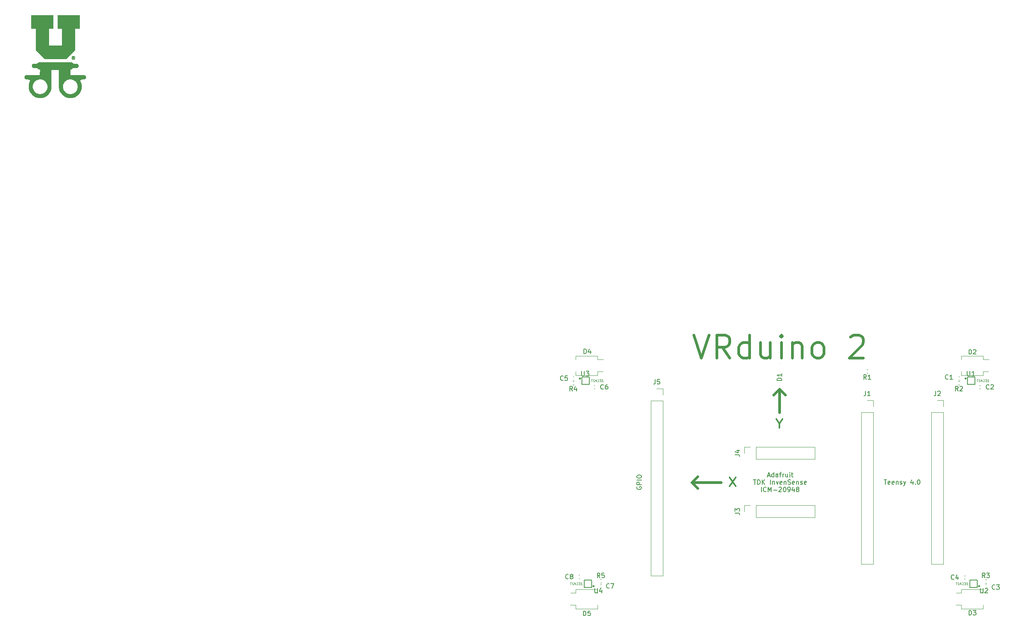
<source format=gbr>
%TF.GenerationSoftware,KiCad,Pcbnew,(5.99.0-12298-gc84619cd7f)*%
%TF.CreationDate,2021-09-28T06:55:20-06:00*%
%TF.ProjectId,VRduino 2,56526475-696e-46f2-9032-2e6b69636164,D*%
%TF.SameCoordinates,Original*%
%TF.FileFunction,Legend,Top*%
%TF.FilePolarity,Positive*%
%FSLAX46Y46*%
G04 Gerber Fmt 4.6, Leading zero omitted, Abs format (unit mm)*
G04 Created by KiCad (PCBNEW (5.99.0-12298-gc84619cd7f)) date 2021-09-28 06:55:20*
%MOMM*%
%LPD*%
G01*
G04 APERTURE LIST*
%ADD10C,0.600000*%
%ADD11C,0.150000*%
%ADD12C,0.300000*%
%ADD13C,0.125000*%
%ADD14C,0.010000*%
%ADD15C,0.250000*%
%ADD16C,0.120000*%
%ADD17C,0.100000*%
G04 APERTURE END LIST*
D10*
X158750000Y-73660000D02*
X157480000Y-72390000D01*
X139700000Y-91440000D02*
X138430000Y-92710000D01*
X138430000Y-92710000D02*
X139700000Y-93980000D01*
X157480000Y-77470000D02*
X157480000Y-72390000D01*
X144780000Y-92710000D02*
X138430000Y-92710000D01*
X157480000Y-72390000D02*
X156210000Y-73660000D01*
D11*
X154892714Y-91266666D02*
X155368904Y-91266666D01*
X154797476Y-91552380D02*
X155130809Y-90552380D01*
X155464142Y-91552380D01*
X156226047Y-91552380D02*
X156226047Y-90552380D01*
X156226047Y-91504761D02*
X156130809Y-91552380D01*
X155940333Y-91552380D01*
X155845095Y-91504761D01*
X155797476Y-91457142D01*
X155749857Y-91361904D01*
X155749857Y-91076190D01*
X155797476Y-90980952D01*
X155845095Y-90933333D01*
X155940333Y-90885714D01*
X156130809Y-90885714D01*
X156226047Y-90933333D01*
X157130809Y-91552380D02*
X157130809Y-91028571D01*
X157083190Y-90933333D01*
X156987952Y-90885714D01*
X156797476Y-90885714D01*
X156702238Y-90933333D01*
X157130809Y-91504761D02*
X157035571Y-91552380D01*
X156797476Y-91552380D01*
X156702238Y-91504761D01*
X156654619Y-91409523D01*
X156654619Y-91314285D01*
X156702238Y-91219047D01*
X156797476Y-91171428D01*
X157035571Y-91171428D01*
X157130809Y-91123809D01*
X157464142Y-90885714D02*
X157845095Y-90885714D01*
X157607000Y-91552380D02*
X157607000Y-90695238D01*
X157654619Y-90600000D01*
X157749857Y-90552380D01*
X157845095Y-90552380D01*
X158178428Y-91552380D02*
X158178428Y-90885714D01*
X158178428Y-91076190D02*
X158226047Y-90980952D01*
X158273666Y-90933333D01*
X158368904Y-90885714D01*
X158464142Y-90885714D01*
X159226047Y-90885714D02*
X159226047Y-91552380D01*
X158797476Y-90885714D02*
X158797476Y-91409523D01*
X158845095Y-91504761D01*
X158940333Y-91552380D01*
X159083190Y-91552380D01*
X159178428Y-91504761D01*
X159226047Y-91457142D01*
X159702238Y-91552380D02*
X159702238Y-90885714D01*
X159702238Y-90552380D02*
X159654619Y-90600000D01*
X159702238Y-90647619D01*
X159749857Y-90600000D01*
X159702238Y-90552380D01*
X159702238Y-90647619D01*
X160035571Y-90885714D02*
X160416523Y-90885714D01*
X160178428Y-90552380D02*
X160178428Y-91409523D01*
X160226047Y-91504761D01*
X160321285Y-91552380D01*
X160416523Y-91552380D01*
X151797476Y-92162380D02*
X152368904Y-92162380D01*
X152083190Y-93162380D02*
X152083190Y-92162380D01*
X152702238Y-93162380D02*
X152702238Y-92162380D01*
X152940333Y-92162380D01*
X153083190Y-92210000D01*
X153178428Y-92305238D01*
X153226047Y-92400476D01*
X153273666Y-92590952D01*
X153273666Y-92733809D01*
X153226047Y-92924285D01*
X153178428Y-93019523D01*
X153083190Y-93114761D01*
X152940333Y-93162380D01*
X152702238Y-93162380D01*
X153702238Y-93162380D02*
X153702238Y-92162380D01*
X154273666Y-93162380D02*
X153845095Y-92590952D01*
X154273666Y-92162380D02*
X153702238Y-92733809D01*
X155464142Y-93162380D02*
X155464142Y-92162380D01*
X155940333Y-92495714D02*
X155940333Y-93162380D01*
X155940333Y-92590952D02*
X155987952Y-92543333D01*
X156083190Y-92495714D01*
X156226047Y-92495714D01*
X156321285Y-92543333D01*
X156368904Y-92638571D01*
X156368904Y-93162380D01*
X156749857Y-92495714D02*
X156987952Y-93162380D01*
X157226047Y-92495714D01*
X157987952Y-93114761D02*
X157892714Y-93162380D01*
X157702238Y-93162380D01*
X157607000Y-93114761D01*
X157559380Y-93019523D01*
X157559380Y-92638571D01*
X157607000Y-92543333D01*
X157702238Y-92495714D01*
X157892714Y-92495714D01*
X157987952Y-92543333D01*
X158035571Y-92638571D01*
X158035571Y-92733809D01*
X157559380Y-92829047D01*
X158464142Y-92495714D02*
X158464142Y-93162380D01*
X158464142Y-92590952D02*
X158511761Y-92543333D01*
X158607000Y-92495714D01*
X158749857Y-92495714D01*
X158845095Y-92543333D01*
X158892714Y-92638571D01*
X158892714Y-93162380D01*
X159321285Y-93114761D02*
X159464142Y-93162380D01*
X159702238Y-93162380D01*
X159797476Y-93114761D01*
X159845095Y-93067142D01*
X159892714Y-92971904D01*
X159892714Y-92876666D01*
X159845095Y-92781428D01*
X159797476Y-92733809D01*
X159702238Y-92686190D01*
X159511761Y-92638571D01*
X159416523Y-92590952D01*
X159368904Y-92543333D01*
X159321285Y-92448095D01*
X159321285Y-92352857D01*
X159368904Y-92257619D01*
X159416523Y-92210000D01*
X159511761Y-92162380D01*
X159749857Y-92162380D01*
X159892714Y-92210000D01*
X160702238Y-93114761D02*
X160607000Y-93162380D01*
X160416523Y-93162380D01*
X160321285Y-93114761D01*
X160273666Y-93019523D01*
X160273666Y-92638571D01*
X160321285Y-92543333D01*
X160416523Y-92495714D01*
X160607000Y-92495714D01*
X160702238Y-92543333D01*
X160749857Y-92638571D01*
X160749857Y-92733809D01*
X160273666Y-92829047D01*
X161178428Y-92495714D02*
X161178428Y-93162380D01*
X161178428Y-92590952D02*
X161226047Y-92543333D01*
X161321285Y-92495714D01*
X161464142Y-92495714D01*
X161559380Y-92543333D01*
X161607000Y-92638571D01*
X161607000Y-93162380D01*
X162035571Y-93114761D02*
X162130809Y-93162380D01*
X162321285Y-93162380D01*
X162416523Y-93114761D01*
X162464142Y-93019523D01*
X162464142Y-92971904D01*
X162416523Y-92876666D01*
X162321285Y-92829047D01*
X162178428Y-92829047D01*
X162083190Y-92781428D01*
X162035571Y-92686190D01*
X162035571Y-92638571D01*
X162083190Y-92543333D01*
X162178428Y-92495714D01*
X162321285Y-92495714D01*
X162416523Y-92543333D01*
X163273666Y-93114761D02*
X163178428Y-93162380D01*
X162987952Y-93162380D01*
X162892714Y-93114761D01*
X162845095Y-93019523D01*
X162845095Y-92638571D01*
X162892714Y-92543333D01*
X162987952Y-92495714D01*
X163178428Y-92495714D01*
X163273666Y-92543333D01*
X163321285Y-92638571D01*
X163321285Y-92733809D01*
X162845095Y-92829047D01*
X153535571Y-94772380D02*
X153535571Y-93772380D01*
X154583190Y-94677142D02*
X154535571Y-94724761D01*
X154392714Y-94772380D01*
X154297476Y-94772380D01*
X154154619Y-94724761D01*
X154059380Y-94629523D01*
X154011761Y-94534285D01*
X153964142Y-94343809D01*
X153964142Y-94200952D01*
X154011761Y-94010476D01*
X154059380Y-93915238D01*
X154154619Y-93820000D01*
X154297476Y-93772380D01*
X154392714Y-93772380D01*
X154535571Y-93820000D01*
X154583190Y-93867619D01*
X155011761Y-94772380D02*
X155011761Y-93772380D01*
X155345095Y-94486666D01*
X155678428Y-93772380D01*
X155678428Y-94772380D01*
X156154619Y-94391428D02*
X156916523Y-94391428D01*
X157345095Y-93867619D02*
X157392714Y-93820000D01*
X157487952Y-93772380D01*
X157726047Y-93772380D01*
X157821285Y-93820000D01*
X157868904Y-93867619D01*
X157916523Y-93962857D01*
X157916523Y-94058095D01*
X157868904Y-94200952D01*
X157297476Y-94772380D01*
X157916523Y-94772380D01*
X158535571Y-93772380D02*
X158630809Y-93772380D01*
X158726047Y-93820000D01*
X158773666Y-93867619D01*
X158821285Y-93962857D01*
X158868904Y-94153333D01*
X158868904Y-94391428D01*
X158821285Y-94581904D01*
X158773666Y-94677142D01*
X158726047Y-94724761D01*
X158630809Y-94772380D01*
X158535571Y-94772380D01*
X158440333Y-94724761D01*
X158392714Y-94677142D01*
X158345095Y-94581904D01*
X158297476Y-94391428D01*
X158297476Y-94153333D01*
X158345095Y-93962857D01*
X158392714Y-93867619D01*
X158440333Y-93820000D01*
X158535571Y-93772380D01*
X159345095Y-94772380D02*
X159535571Y-94772380D01*
X159630809Y-94724761D01*
X159678428Y-94677142D01*
X159773666Y-94534285D01*
X159821285Y-94343809D01*
X159821285Y-93962857D01*
X159773666Y-93867619D01*
X159726047Y-93820000D01*
X159630809Y-93772380D01*
X159440333Y-93772380D01*
X159345095Y-93820000D01*
X159297476Y-93867619D01*
X159249857Y-93962857D01*
X159249857Y-94200952D01*
X159297476Y-94296190D01*
X159345095Y-94343809D01*
X159440333Y-94391428D01*
X159630809Y-94391428D01*
X159726047Y-94343809D01*
X159773666Y-94296190D01*
X159821285Y-94200952D01*
X160678428Y-94105714D02*
X160678428Y-94772380D01*
X160440333Y-93724761D02*
X160202238Y-94439047D01*
X160821285Y-94439047D01*
X161345095Y-94200952D02*
X161249857Y-94153333D01*
X161202238Y-94105714D01*
X161154619Y-94010476D01*
X161154619Y-93962857D01*
X161202238Y-93867619D01*
X161249857Y-93820000D01*
X161345095Y-93772380D01*
X161535571Y-93772380D01*
X161630809Y-93820000D01*
X161678428Y-93867619D01*
X161726047Y-93962857D01*
X161726047Y-94010476D01*
X161678428Y-94105714D01*
X161630809Y-94153333D01*
X161535571Y-94200952D01*
X161345095Y-94200952D01*
X161249857Y-94248571D01*
X161202238Y-94296190D01*
X161154619Y-94391428D01*
X161154619Y-94581904D01*
X161202238Y-94677142D01*
X161249857Y-94724761D01*
X161345095Y-94772380D01*
X161535571Y-94772380D01*
X161630809Y-94724761D01*
X161678428Y-94677142D01*
X161726047Y-94581904D01*
X161726047Y-94391428D01*
X161678428Y-94296190D01*
X161630809Y-94248571D01*
X161535571Y-94200952D01*
D12*
X146653333Y-91614761D02*
X147986666Y-93614761D01*
X147986666Y-91614761D02*
X146653333Y-93614761D01*
D10*
X138789523Y-60634904D02*
X140456190Y-65634904D01*
X142122857Y-60634904D01*
X146646666Y-65634904D02*
X144980000Y-63253952D01*
X143789523Y-65634904D02*
X143789523Y-60634904D01*
X145694285Y-60634904D01*
X146170476Y-60873000D01*
X146408571Y-61111095D01*
X146646666Y-61587285D01*
X146646666Y-62301571D01*
X146408571Y-62777761D01*
X146170476Y-63015857D01*
X145694285Y-63253952D01*
X143789523Y-63253952D01*
X150932380Y-65634904D02*
X150932380Y-60634904D01*
X150932380Y-65396809D02*
X150456190Y-65634904D01*
X149503809Y-65634904D01*
X149027619Y-65396809D01*
X148789523Y-65158714D01*
X148551428Y-64682523D01*
X148551428Y-63253952D01*
X148789523Y-62777761D01*
X149027619Y-62539666D01*
X149503809Y-62301571D01*
X150456190Y-62301571D01*
X150932380Y-62539666D01*
X155456190Y-62301571D02*
X155456190Y-65634904D01*
X153313333Y-62301571D02*
X153313333Y-64920619D01*
X153551428Y-65396809D01*
X154027619Y-65634904D01*
X154741904Y-65634904D01*
X155218095Y-65396809D01*
X155456190Y-65158714D01*
X157837142Y-65634904D02*
X157837142Y-62301571D01*
X157837142Y-60634904D02*
X157599047Y-60873000D01*
X157837142Y-61111095D01*
X158075238Y-60873000D01*
X157837142Y-60634904D01*
X157837142Y-61111095D01*
X160218095Y-62301571D02*
X160218095Y-65634904D01*
X160218095Y-62777761D02*
X160456190Y-62539666D01*
X160932380Y-62301571D01*
X161646666Y-62301571D01*
X162122857Y-62539666D01*
X162360952Y-63015857D01*
X162360952Y-65634904D01*
X165456190Y-65634904D02*
X164980000Y-65396809D01*
X164741904Y-65158714D01*
X164503809Y-64682523D01*
X164503809Y-63253952D01*
X164741904Y-62777761D01*
X164980000Y-62539666D01*
X165456190Y-62301571D01*
X166170476Y-62301571D01*
X166646666Y-62539666D01*
X166884761Y-62777761D01*
X167122857Y-63253952D01*
X167122857Y-64682523D01*
X166884761Y-65158714D01*
X166646666Y-65396809D01*
X166170476Y-65634904D01*
X165456190Y-65634904D01*
X172837142Y-61111095D02*
X173075238Y-60873000D01*
X173551428Y-60634904D01*
X174741904Y-60634904D01*
X175218095Y-60873000D01*
X175456190Y-61111095D01*
X175694285Y-61587285D01*
X175694285Y-62063476D01*
X175456190Y-62777761D01*
X172599047Y-65634904D01*
X175694285Y-65634904D01*
D11*
X180197619Y-92162380D02*
X180769047Y-92162380D01*
X180483333Y-93162380D02*
X180483333Y-92162380D01*
X181483333Y-93114761D02*
X181388095Y-93162380D01*
X181197619Y-93162380D01*
X181102380Y-93114761D01*
X181054761Y-93019523D01*
X181054761Y-92638571D01*
X181102380Y-92543333D01*
X181197619Y-92495714D01*
X181388095Y-92495714D01*
X181483333Y-92543333D01*
X181530952Y-92638571D01*
X181530952Y-92733809D01*
X181054761Y-92829047D01*
X182340476Y-93114761D02*
X182245238Y-93162380D01*
X182054761Y-93162380D01*
X181959523Y-93114761D01*
X181911904Y-93019523D01*
X181911904Y-92638571D01*
X181959523Y-92543333D01*
X182054761Y-92495714D01*
X182245238Y-92495714D01*
X182340476Y-92543333D01*
X182388095Y-92638571D01*
X182388095Y-92733809D01*
X181911904Y-92829047D01*
X182816666Y-92495714D02*
X182816666Y-93162380D01*
X182816666Y-92590952D02*
X182864285Y-92543333D01*
X182959523Y-92495714D01*
X183102380Y-92495714D01*
X183197619Y-92543333D01*
X183245238Y-92638571D01*
X183245238Y-93162380D01*
X183673809Y-93114761D02*
X183769047Y-93162380D01*
X183959523Y-93162380D01*
X184054761Y-93114761D01*
X184102380Y-93019523D01*
X184102380Y-92971904D01*
X184054761Y-92876666D01*
X183959523Y-92829047D01*
X183816666Y-92829047D01*
X183721428Y-92781428D01*
X183673809Y-92686190D01*
X183673809Y-92638571D01*
X183721428Y-92543333D01*
X183816666Y-92495714D01*
X183959523Y-92495714D01*
X184054761Y-92543333D01*
X184435714Y-92495714D02*
X184673809Y-93162380D01*
X184911904Y-92495714D02*
X184673809Y-93162380D01*
X184578571Y-93400476D01*
X184530952Y-93448095D01*
X184435714Y-93495714D01*
X186483333Y-92495714D02*
X186483333Y-93162380D01*
X186245238Y-92114761D02*
X186007142Y-92829047D01*
X186626190Y-92829047D01*
X187007142Y-93067142D02*
X187054761Y-93114761D01*
X187007142Y-93162380D01*
X186959523Y-93114761D01*
X187007142Y-93067142D01*
X187007142Y-93162380D01*
X187673809Y-92162380D02*
X187769047Y-92162380D01*
X187864285Y-92210000D01*
X187911904Y-92257619D01*
X187959523Y-92352857D01*
X188007142Y-92543333D01*
X188007142Y-92781428D01*
X187959523Y-92971904D01*
X187911904Y-93067142D01*
X187864285Y-93114761D01*
X187769047Y-93162380D01*
X187673809Y-93162380D01*
X187578571Y-93114761D01*
X187530952Y-93067142D01*
X187483333Y-92971904D01*
X187435714Y-92781428D01*
X187435714Y-92543333D01*
X187483333Y-92352857D01*
X187530952Y-92257619D01*
X187578571Y-92210000D01*
X187673809Y-92162380D01*
X126500000Y-93710000D02*
X126452380Y-93805238D01*
X126452380Y-93948095D01*
X126500000Y-94090952D01*
X126595238Y-94186190D01*
X126690476Y-94233809D01*
X126880952Y-94281428D01*
X127023809Y-94281428D01*
X127214285Y-94233809D01*
X127309523Y-94186190D01*
X127404761Y-94090952D01*
X127452380Y-93948095D01*
X127452380Y-93852857D01*
X127404761Y-93710000D01*
X127357142Y-93662380D01*
X127023809Y-93662380D01*
X127023809Y-93852857D01*
X127452380Y-93233809D02*
X126452380Y-93233809D01*
X126452380Y-92852857D01*
X126500000Y-92757619D01*
X126547619Y-92710000D01*
X126642857Y-92662380D01*
X126785714Y-92662380D01*
X126880952Y-92710000D01*
X126928571Y-92757619D01*
X126976190Y-92852857D01*
X126976190Y-93233809D01*
X127452380Y-92233809D02*
X126452380Y-92233809D01*
X126452380Y-91567142D02*
X126452380Y-91376666D01*
X126500000Y-91281428D01*
X126595238Y-91186190D01*
X126785714Y-91138571D01*
X127119047Y-91138571D01*
X127309523Y-91186190D01*
X127404761Y-91281428D01*
X127452380Y-91376666D01*
X127452380Y-91567142D01*
X127404761Y-91662380D01*
X127309523Y-91757619D01*
X127119047Y-91805238D01*
X126785714Y-91805238D01*
X126595238Y-91757619D01*
X126500000Y-91662380D01*
X126452380Y-91567142D01*
D12*
X157480000Y-79962380D02*
X157480000Y-80914761D01*
X156813333Y-78914761D02*
X157480000Y-79962380D01*
X158146666Y-78914761D01*
D11*
%TO.C,U3*%
X114471595Y-68534380D02*
X114471595Y-69343904D01*
X114519214Y-69439142D01*
X114566833Y-69486761D01*
X114662071Y-69534380D01*
X114852547Y-69534380D01*
X114947785Y-69486761D01*
X114995404Y-69439142D01*
X115043023Y-69343904D01*
X115043023Y-68534380D01*
X115423976Y-68534380D02*
X116043023Y-68534380D01*
X115709690Y-68915333D01*
X115852547Y-68915333D01*
X115947785Y-68962952D01*
X115995404Y-69010571D01*
X116043023Y-69105809D01*
X116043023Y-69343904D01*
X115995404Y-69439142D01*
X115947785Y-69486761D01*
X115852547Y-69534380D01*
X115566833Y-69534380D01*
X115471595Y-69486761D01*
X115423976Y-69439142D01*
D13*
X116522666Y-70338190D02*
X116808380Y-70338190D01*
X116665523Y-70838190D02*
X116665523Y-70338190D01*
X116951238Y-70814380D02*
X117022666Y-70838190D01*
X117141714Y-70838190D01*
X117189333Y-70814380D01*
X117213142Y-70790571D01*
X117236952Y-70742952D01*
X117236952Y-70695333D01*
X117213142Y-70647714D01*
X117189333Y-70623904D01*
X117141714Y-70600095D01*
X117046476Y-70576285D01*
X116998857Y-70552476D01*
X116975047Y-70528666D01*
X116951238Y-70481047D01*
X116951238Y-70433428D01*
X116975047Y-70385809D01*
X116998857Y-70362000D01*
X117046476Y-70338190D01*
X117165523Y-70338190D01*
X117236952Y-70362000D01*
X117665523Y-70504857D02*
X117665523Y-70838190D01*
X117546476Y-70314380D02*
X117427428Y-70671523D01*
X117736952Y-70671523D01*
X117903619Y-70385809D02*
X117927428Y-70362000D01*
X117975047Y-70338190D01*
X118094095Y-70338190D01*
X118141714Y-70362000D01*
X118165523Y-70385809D01*
X118189333Y-70433428D01*
X118189333Y-70481047D01*
X118165523Y-70552476D01*
X117879809Y-70838190D01*
X118189333Y-70838190D01*
X118356000Y-70338190D02*
X118665523Y-70338190D01*
X118498857Y-70528666D01*
X118570285Y-70528666D01*
X118617904Y-70552476D01*
X118641714Y-70576285D01*
X118665523Y-70623904D01*
X118665523Y-70742952D01*
X118641714Y-70790571D01*
X118617904Y-70814380D01*
X118570285Y-70838190D01*
X118427428Y-70838190D01*
X118379809Y-70814380D01*
X118356000Y-70790571D01*
X119141714Y-70838190D02*
X118856000Y-70838190D01*
X118998857Y-70838190D02*
X118998857Y-70338190D01*
X118951238Y-70409619D01*
X118903619Y-70457238D01*
X118856000Y-70481047D01*
D11*
%TO.C,U1*%
X198299595Y-68534380D02*
X198299595Y-69343904D01*
X198347214Y-69439142D01*
X198394833Y-69486761D01*
X198490071Y-69534380D01*
X198680547Y-69534380D01*
X198775785Y-69486761D01*
X198823404Y-69439142D01*
X198871023Y-69343904D01*
X198871023Y-68534380D01*
X199871023Y-69534380D02*
X199299595Y-69534380D01*
X199585309Y-69534380D02*
X199585309Y-68534380D01*
X199490071Y-68677238D01*
X199394833Y-68772476D01*
X199299595Y-68820095D01*
D13*
X200350666Y-70338190D02*
X200636380Y-70338190D01*
X200493523Y-70838190D02*
X200493523Y-70338190D01*
X200779238Y-70814380D02*
X200850666Y-70838190D01*
X200969714Y-70838190D01*
X201017333Y-70814380D01*
X201041142Y-70790571D01*
X201064952Y-70742952D01*
X201064952Y-70695333D01*
X201041142Y-70647714D01*
X201017333Y-70623904D01*
X200969714Y-70600095D01*
X200874476Y-70576285D01*
X200826857Y-70552476D01*
X200803047Y-70528666D01*
X200779238Y-70481047D01*
X200779238Y-70433428D01*
X200803047Y-70385809D01*
X200826857Y-70362000D01*
X200874476Y-70338190D01*
X200993523Y-70338190D01*
X201064952Y-70362000D01*
X201493523Y-70504857D02*
X201493523Y-70838190D01*
X201374476Y-70314380D02*
X201255428Y-70671523D01*
X201564952Y-70671523D01*
X201731619Y-70385809D02*
X201755428Y-70362000D01*
X201803047Y-70338190D01*
X201922095Y-70338190D01*
X201969714Y-70362000D01*
X201993523Y-70385809D01*
X202017333Y-70433428D01*
X202017333Y-70481047D01*
X201993523Y-70552476D01*
X201707809Y-70838190D01*
X202017333Y-70838190D01*
X202184000Y-70338190D02*
X202493523Y-70338190D01*
X202326857Y-70528666D01*
X202398285Y-70528666D01*
X202445904Y-70552476D01*
X202469714Y-70576285D01*
X202493523Y-70623904D01*
X202493523Y-70742952D01*
X202469714Y-70790571D01*
X202445904Y-70814380D01*
X202398285Y-70838190D01*
X202255428Y-70838190D01*
X202207809Y-70814380D01*
X202184000Y-70790571D01*
X202969714Y-70838190D02*
X202684000Y-70838190D01*
X202826857Y-70838190D02*
X202826857Y-70338190D01*
X202779238Y-70409619D01*
X202731619Y-70457238D01*
X202684000Y-70481047D01*
D11*
%TO.C,U2*%
X201159595Y-115790380D02*
X201159595Y-116599904D01*
X201207214Y-116695142D01*
X201254833Y-116742761D01*
X201350071Y-116790380D01*
X201540547Y-116790380D01*
X201635785Y-116742761D01*
X201683404Y-116695142D01*
X201731023Y-116599904D01*
X201731023Y-115790380D01*
X202159595Y-115885619D02*
X202207214Y-115838000D01*
X202302452Y-115790380D01*
X202540547Y-115790380D01*
X202635785Y-115838000D01*
X202683404Y-115885619D01*
X202731023Y-115980857D01*
X202731023Y-116076095D01*
X202683404Y-116218952D01*
X202111976Y-116790380D01*
X202731023Y-116790380D01*
D13*
X195770666Y-114534190D02*
X196056380Y-114534190D01*
X195913523Y-115034190D02*
X195913523Y-114534190D01*
X196199238Y-115010380D02*
X196270666Y-115034190D01*
X196389714Y-115034190D01*
X196437333Y-115010380D01*
X196461142Y-114986571D01*
X196484952Y-114938952D01*
X196484952Y-114891333D01*
X196461142Y-114843714D01*
X196437333Y-114819904D01*
X196389714Y-114796095D01*
X196294476Y-114772285D01*
X196246857Y-114748476D01*
X196223047Y-114724666D01*
X196199238Y-114677047D01*
X196199238Y-114629428D01*
X196223047Y-114581809D01*
X196246857Y-114558000D01*
X196294476Y-114534190D01*
X196413523Y-114534190D01*
X196484952Y-114558000D01*
X196913523Y-114700857D02*
X196913523Y-115034190D01*
X196794476Y-114510380D02*
X196675428Y-114867523D01*
X196984952Y-114867523D01*
X197151619Y-114581809D02*
X197175428Y-114558000D01*
X197223047Y-114534190D01*
X197342095Y-114534190D01*
X197389714Y-114558000D01*
X197413523Y-114581809D01*
X197437333Y-114629428D01*
X197437333Y-114677047D01*
X197413523Y-114748476D01*
X197127809Y-115034190D01*
X197437333Y-115034190D01*
X197604000Y-114534190D02*
X197913523Y-114534190D01*
X197746857Y-114724666D01*
X197818285Y-114724666D01*
X197865904Y-114748476D01*
X197889714Y-114772285D01*
X197913523Y-114819904D01*
X197913523Y-114938952D01*
X197889714Y-114986571D01*
X197865904Y-115010380D01*
X197818285Y-115034190D01*
X197675428Y-115034190D01*
X197627809Y-115010380D01*
X197604000Y-114986571D01*
X198389714Y-115034190D02*
X198104000Y-115034190D01*
X198246857Y-115034190D02*
X198246857Y-114534190D01*
X198199238Y-114605619D01*
X198151619Y-114653238D01*
X198104000Y-114677047D01*
D11*
%TO.C,U4*%
X117339595Y-115790380D02*
X117339595Y-116599904D01*
X117387214Y-116695142D01*
X117434833Y-116742761D01*
X117530071Y-116790380D01*
X117720547Y-116790380D01*
X117815785Y-116742761D01*
X117863404Y-116695142D01*
X117911023Y-116599904D01*
X117911023Y-115790380D01*
X118815785Y-116123714D02*
X118815785Y-116790380D01*
X118577690Y-115742761D02*
X118339595Y-116457047D01*
X118958642Y-116457047D01*
D13*
X111950666Y-114534190D02*
X112236380Y-114534190D01*
X112093523Y-115034190D02*
X112093523Y-114534190D01*
X112379238Y-115010380D02*
X112450666Y-115034190D01*
X112569714Y-115034190D01*
X112617333Y-115010380D01*
X112641142Y-114986571D01*
X112664952Y-114938952D01*
X112664952Y-114891333D01*
X112641142Y-114843714D01*
X112617333Y-114819904D01*
X112569714Y-114796095D01*
X112474476Y-114772285D01*
X112426857Y-114748476D01*
X112403047Y-114724666D01*
X112379238Y-114677047D01*
X112379238Y-114629428D01*
X112403047Y-114581809D01*
X112426857Y-114558000D01*
X112474476Y-114534190D01*
X112593523Y-114534190D01*
X112664952Y-114558000D01*
X113093523Y-114700857D02*
X113093523Y-115034190D01*
X112974476Y-114510380D02*
X112855428Y-114867523D01*
X113164952Y-114867523D01*
X113331619Y-114581809D02*
X113355428Y-114558000D01*
X113403047Y-114534190D01*
X113522095Y-114534190D01*
X113569714Y-114558000D01*
X113593523Y-114581809D01*
X113617333Y-114629428D01*
X113617333Y-114677047D01*
X113593523Y-114748476D01*
X113307809Y-115034190D01*
X113617333Y-115034190D01*
X113784000Y-114534190D02*
X114093523Y-114534190D01*
X113926857Y-114724666D01*
X113998285Y-114724666D01*
X114045904Y-114748476D01*
X114069714Y-114772285D01*
X114093523Y-114819904D01*
X114093523Y-114938952D01*
X114069714Y-114986571D01*
X114045904Y-115010380D01*
X113998285Y-115034190D01*
X113855428Y-115034190D01*
X113807809Y-115010380D01*
X113784000Y-114986571D01*
X114569714Y-115034190D02*
X114284000Y-115034190D01*
X114426857Y-115034190D02*
X114426857Y-114534190D01*
X114379238Y-114605619D01*
X114331619Y-114653238D01*
X114284000Y-114677047D01*
D11*
%TO.C,C6*%
X119213333Y-72366142D02*
X119165714Y-72413761D01*
X119022857Y-72461380D01*
X118927619Y-72461380D01*
X118784761Y-72413761D01*
X118689523Y-72318523D01*
X118641904Y-72223285D01*
X118594285Y-72032809D01*
X118594285Y-71889952D01*
X118641904Y-71699476D01*
X118689523Y-71604238D01*
X118784761Y-71509000D01*
X118927619Y-71461380D01*
X119022857Y-71461380D01*
X119165714Y-71509000D01*
X119213333Y-71556619D01*
X120070476Y-71461380D02*
X119880000Y-71461380D01*
X119784761Y-71509000D01*
X119737142Y-71556619D01*
X119641904Y-71699476D01*
X119594285Y-71889952D01*
X119594285Y-72270904D01*
X119641904Y-72366142D01*
X119689523Y-72413761D01*
X119784761Y-72461380D01*
X119975238Y-72461380D01*
X120070476Y-72413761D01*
X120118095Y-72366142D01*
X120165714Y-72270904D01*
X120165714Y-72032809D01*
X120118095Y-71937571D01*
X120070476Y-71889952D01*
X119975238Y-71842333D01*
X119784761Y-71842333D01*
X119689523Y-71889952D01*
X119641904Y-71937571D01*
X119594285Y-72032809D01*
%TO.C,C7*%
X120483333Y-115673142D02*
X120435714Y-115720761D01*
X120292857Y-115768380D01*
X120197619Y-115768380D01*
X120054761Y-115720761D01*
X119959523Y-115625523D01*
X119911904Y-115530285D01*
X119864285Y-115339809D01*
X119864285Y-115196952D01*
X119911904Y-115006476D01*
X119959523Y-114911238D01*
X120054761Y-114816000D01*
X120197619Y-114768380D01*
X120292857Y-114768380D01*
X120435714Y-114816000D01*
X120483333Y-114863619D01*
X120816666Y-114768380D02*
X121483333Y-114768380D01*
X121054761Y-115768380D01*
%TO.C,C8*%
X111593333Y-113641142D02*
X111545714Y-113688761D01*
X111402857Y-113736380D01*
X111307619Y-113736380D01*
X111164761Y-113688761D01*
X111069523Y-113593523D01*
X111021904Y-113498285D01*
X110974285Y-113307809D01*
X110974285Y-113164952D01*
X111021904Y-112974476D01*
X111069523Y-112879238D01*
X111164761Y-112784000D01*
X111307619Y-112736380D01*
X111402857Y-112736380D01*
X111545714Y-112784000D01*
X111593333Y-112831619D01*
X112164761Y-113164952D02*
X112069523Y-113117333D01*
X112021904Y-113069714D01*
X111974285Y-112974476D01*
X111974285Y-112926857D01*
X112021904Y-112831619D01*
X112069523Y-112784000D01*
X112164761Y-112736380D01*
X112355238Y-112736380D01*
X112450476Y-112784000D01*
X112498095Y-112831619D01*
X112545714Y-112926857D01*
X112545714Y-112974476D01*
X112498095Y-113069714D01*
X112450476Y-113117333D01*
X112355238Y-113164952D01*
X112164761Y-113164952D01*
X112069523Y-113212571D01*
X112021904Y-113260190D01*
X111974285Y-113355428D01*
X111974285Y-113545904D01*
X112021904Y-113641142D01*
X112069523Y-113688761D01*
X112164761Y-113736380D01*
X112355238Y-113736380D01*
X112450476Y-113688761D01*
X112498095Y-113641142D01*
X112545714Y-113545904D01*
X112545714Y-113355428D01*
X112498095Y-113260190D01*
X112450476Y-113212571D01*
X112355238Y-113164952D01*
%TO.C,C1*%
X194143333Y-70207142D02*
X194095714Y-70254761D01*
X193952857Y-70302380D01*
X193857619Y-70302380D01*
X193714761Y-70254761D01*
X193619523Y-70159523D01*
X193571904Y-70064285D01*
X193524285Y-69873809D01*
X193524285Y-69730952D01*
X193571904Y-69540476D01*
X193619523Y-69445238D01*
X193714761Y-69350000D01*
X193857619Y-69302380D01*
X193952857Y-69302380D01*
X194095714Y-69350000D01*
X194143333Y-69397619D01*
X195095714Y-70302380D02*
X194524285Y-70302380D01*
X194810000Y-70302380D02*
X194810000Y-69302380D01*
X194714761Y-69445238D01*
X194619523Y-69540476D01*
X194524285Y-69588095D01*
%TO.C,C2*%
X203033333Y-72366142D02*
X202985714Y-72413761D01*
X202842857Y-72461380D01*
X202747619Y-72461380D01*
X202604761Y-72413761D01*
X202509523Y-72318523D01*
X202461904Y-72223285D01*
X202414285Y-72032809D01*
X202414285Y-71889952D01*
X202461904Y-71699476D01*
X202509523Y-71604238D01*
X202604761Y-71509000D01*
X202747619Y-71461380D01*
X202842857Y-71461380D01*
X202985714Y-71509000D01*
X203033333Y-71556619D01*
X203414285Y-71556619D02*
X203461904Y-71509000D01*
X203557142Y-71461380D01*
X203795238Y-71461380D01*
X203890476Y-71509000D01*
X203938095Y-71556619D01*
X203985714Y-71651857D01*
X203985714Y-71747095D01*
X203938095Y-71889952D01*
X203366666Y-72461380D01*
X203985714Y-72461380D01*
%TO.C,C3*%
X204303333Y-115927142D02*
X204255714Y-115974761D01*
X204112857Y-116022380D01*
X204017619Y-116022380D01*
X203874761Y-115974761D01*
X203779523Y-115879523D01*
X203731904Y-115784285D01*
X203684285Y-115593809D01*
X203684285Y-115450952D01*
X203731904Y-115260476D01*
X203779523Y-115165238D01*
X203874761Y-115070000D01*
X204017619Y-115022380D01*
X204112857Y-115022380D01*
X204255714Y-115070000D01*
X204303333Y-115117619D01*
X204636666Y-115022380D02*
X205255714Y-115022380D01*
X204922380Y-115403333D01*
X205065238Y-115403333D01*
X205160476Y-115450952D01*
X205208095Y-115498571D01*
X205255714Y-115593809D01*
X205255714Y-115831904D01*
X205208095Y-115927142D01*
X205160476Y-115974761D01*
X205065238Y-116022380D01*
X204779523Y-116022380D01*
X204684285Y-115974761D01*
X204636666Y-115927142D01*
%TO.C,C4*%
X195413333Y-113768142D02*
X195365714Y-113815761D01*
X195222857Y-113863380D01*
X195127619Y-113863380D01*
X194984761Y-113815761D01*
X194889523Y-113720523D01*
X194841904Y-113625285D01*
X194794285Y-113434809D01*
X194794285Y-113291952D01*
X194841904Y-113101476D01*
X194889523Y-113006238D01*
X194984761Y-112911000D01*
X195127619Y-112863380D01*
X195222857Y-112863380D01*
X195365714Y-112911000D01*
X195413333Y-112958619D01*
X196270476Y-113196714D02*
X196270476Y-113863380D01*
X196032380Y-112815761D02*
X195794285Y-113530047D01*
X196413333Y-113530047D01*
%TO.C,D4*%
X114958904Y-64714380D02*
X114958904Y-63714380D01*
X115197000Y-63714380D01*
X115339857Y-63762000D01*
X115435095Y-63857238D01*
X115482714Y-63952476D01*
X115530333Y-64142952D01*
X115530333Y-64285809D01*
X115482714Y-64476285D01*
X115435095Y-64571523D01*
X115339857Y-64666761D01*
X115197000Y-64714380D01*
X114958904Y-64714380D01*
X116387476Y-64047714D02*
X116387476Y-64714380D01*
X116149380Y-63666761D02*
X115911285Y-64381047D01*
X116530333Y-64381047D01*
%TO.C,D5*%
X114841904Y-121737380D02*
X114841904Y-120737380D01*
X115080000Y-120737380D01*
X115222857Y-120785000D01*
X115318095Y-120880238D01*
X115365714Y-120975476D01*
X115413333Y-121165952D01*
X115413333Y-121308809D01*
X115365714Y-121499285D01*
X115318095Y-121594523D01*
X115222857Y-121689761D01*
X115080000Y-121737380D01*
X114841904Y-121737380D01*
X116318095Y-120737380D02*
X115841904Y-120737380D01*
X115794285Y-121213571D01*
X115841904Y-121165952D01*
X115937142Y-121118333D01*
X116175238Y-121118333D01*
X116270476Y-121165952D01*
X116318095Y-121213571D01*
X116365714Y-121308809D01*
X116365714Y-121546904D01*
X116318095Y-121642142D01*
X116270476Y-121689761D01*
X116175238Y-121737380D01*
X115937142Y-121737380D01*
X115841904Y-121689761D01*
X115794285Y-121642142D01*
%TO.C,D2*%
X198651904Y-64841380D02*
X198651904Y-63841380D01*
X198890000Y-63841380D01*
X199032857Y-63889000D01*
X199128095Y-63984238D01*
X199175714Y-64079476D01*
X199223333Y-64269952D01*
X199223333Y-64412809D01*
X199175714Y-64603285D01*
X199128095Y-64698523D01*
X199032857Y-64793761D01*
X198890000Y-64841380D01*
X198651904Y-64841380D01*
X199604285Y-63936619D02*
X199651904Y-63889000D01*
X199747142Y-63841380D01*
X199985238Y-63841380D01*
X200080476Y-63889000D01*
X200128095Y-63936619D01*
X200175714Y-64031857D01*
X200175714Y-64127095D01*
X200128095Y-64269952D01*
X199556666Y-64841380D01*
X200175714Y-64841380D01*
%TO.C,D3*%
X198661904Y-121610380D02*
X198661904Y-120610380D01*
X198900000Y-120610380D01*
X199042857Y-120658000D01*
X199138095Y-120753238D01*
X199185714Y-120848476D01*
X199233333Y-121038952D01*
X199233333Y-121181809D01*
X199185714Y-121372285D01*
X199138095Y-121467523D01*
X199042857Y-121562761D01*
X198900000Y-121610380D01*
X198661904Y-121610380D01*
X199566666Y-120610380D02*
X200185714Y-120610380D01*
X199852380Y-120991333D01*
X199995238Y-120991333D01*
X200090476Y-121038952D01*
X200138095Y-121086571D01*
X200185714Y-121181809D01*
X200185714Y-121419904D01*
X200138095Y-121515142D01*
X200090476Y-121562761D01*
X199995238Y-121610380D01*
X199709523Y-121610380D01*
X199614285Y-121562761D01*
X199566666Y-121515142D01*
%TO.C,J2*%
X191436666Y-72882380D02*
X191436666Y-73596666D01*
X191389047Y-73739523D01*
X191293809Y-73834761D01*
X191150952Y-73882380D01*
X191055714Y-73882380D01*
X191865238Y-72977619D02*
X191912857Y-72930000D01*
X192008095Y-72882380D01*
X192246190Y-72882380D01*
X192341428Y-72930000D01*
X192389047Y-72977619D01*
X192436666Y-73072857D01*
X192436666Y-73168095D01*
X192389047Y-73310952D01*
X191817619Y-73882380D01*
X192436666Y-73882380D01*
%TO.C,J3*%
X147812380Y-99393333D02*
X148526666Y-99393333D01*
X148669523Y-99440952D01*
X148764761Y-99536190D01*
X148812380Y-99679047D01*
X148812380Y-99774285D01*
X147812380Y-99012380D02*
X147812380Y-98393333D01*
X148193333Y-98726666D01*
X148193333Y-98583809D01*
X148240952Y-98488571D01*
X148288571Y-98440952D01*
X148383809Y-98393333D01*
X148621904Y-98393333D01*
X148717142Y-98440952D01*
X148764761Y-98488571D01*
X148812380Y-98583809D01*
X148812380Y-98869523D01*
X148764761Y-98964761D01*
X148717142Y-99012380D01*
%TO.C,J4*%
X147812380Y-86693333D02*
X148526666Y-86693333D01*
X148669523Y-86740952D01*
X148764761Y-86836190D01*
X148812380Y-86979047D01*
X148812380Y-87074285D01*
X148145714Y-85788571D02*
X148812380Y-85788571D01*
X147764761Y-86026666D02*
X148479047Y-86264761D01*
X148479047Y-85645714D01*
%TO.C,J5*%
X130476666Y-70342380D02*
X130476666Y-71056666D01*
X130429047Y-71199523D01*
X130333809Y-71294761D01*
X130190952Y-71342380D01*
X130095714Y-71342380D01*
X131429047Y-70342380D02*
X130952857Y-70342380D01*
X130905238Y-70818571D01*
X130952857Y-70770952D01*
X131048095Y-70723333D01*
X131286190Y-70723333D01*
X131381428Y-70770952D01*
X131429047Y-70818571D01*
X131476666Y-70913809D01*
X131476666Y-71151904D01*
X131429047Y-71247142D01*
X131381428Y-71294761D01*
X131286190Y-71342380D01*
X131048095Y-71342380D01*
X130952857Y-71294761D01*
X130905238Y-71247142D01*
%TO.C,R1*%
X176363333Y-70302380D02*
X176030000Y-69826190D01*
X175791904Y-70302380D02*
X175791904Y-69302380D01*
X176172857Y-69302380D01*
X176268095Y-69350000D01*
X176315714Y-69397619D01*
X176363333Y-69492857D01*
X176363333Y-69635714D01*
X176315714Y-69730952D01*
X176268095Y-69778571D01*
X176172857Y-69826190D01*
X175791904Y-69826190D01*
X177315714Y-70302380D02*
X176744285Y-70302380D01*
X177030000Y-70302380D02*
X177030000Y-69302380D01*
X176934761Y-69445238D01*
X176839523Y-69540476D01*
X176744285Y-69588095D01*
%TO.C,R4*%
X112482333Y-72842380D02*
X112149000Y-72366190D01*
X111910904Y-72842380D02*
X111910904Y-71842380D01*
X112291857Y-71842380D01*
X112387095Y-71890000D01*
X112434714Y-71937619D01*
X112482333Y-72032857D01*
X112482333Y-72175714D01*
X112434714Y-72270952D01*
X112387095Y-72318571D01*
X112291857Y-72366190D01*
X111910904Y-72366190D01*
X113339476Y-72175714D02*
X113339476Y-72842380D01*
X113101380Y-71794761D02*
X112863285Y-72509047D01*
X113482333Y-72509047D01*
%TO.C,R5*%
X118451333Y-113482380D02*
X118118000Y-113006190D01*
X117879904Y-113482380D02*
X117879904Y-112482380D01*
X118260857Y-112482380D01*
X118356095Y-112530000D01*
X118403714Y-112577619D01*
X118451333Y-112672857D01*
X118451333Y-112815714D01*
X118403714Y-112910952D01*
X118356095Y-112958571D01*
X118260857Y-113006190D01*
X117879904Y-113006190D01*
X119356095Y-112482380D02*
X118879904Y-112482380D01*
X118832285Y-112958571D01*
X118879904Y-112910952D01*
X118975142Y-112863333D01*
X119213238Y-112863333D01*
X119308476Y-112910952D01*
X119356095Y-112958571D01*
X119403714Y-113053809D01*
X119403714Y-113291904D01*
X119356095Y-113387142D01*
X119308476Y-113434761D01*
X119213238Y-113482380D01*
X118975142Y-113482380D01*
X118879904Y-113434761D01*
X118832285Y-113387142D01*
%TO.C,R2*%
X196302333Y-72842380D02*
X195969000Y-72366190D01*
X195730904Y-72842380D02*
X195730904Y-71842380D01*
X196111857Y-71842380D01*
X196207095Y-71890000D01*
X196254714Y-71937619D01*
X196302333Y-72032857D01*
X196302333Y-72175714D01*
X196254714Y-72270952D01*
X196207095Y-72318571D01*
X196111857Y-72366190D01*
X195730904Y-72366190D01*
X196683285Y-71937619D02*
X196730904Y-71890000D01*
X196826142Y-71842380D01*
X197064238Y-71842380D01*
X197159476Y-71890000D01*
X197207095Y-71937619D01*
X197254714Y-72032857D01*
X197254714Y-72128095D01*
X197207095Y-72270952D01*
X196635666Y-72842380D01*
X197254714Y-72842380D01*
%TO.C,R3*%
X202144333Y-113482380D02*
X201811000Y-113006190D01*
X201572904Y-113482380D02*
X201572904Y-112482380D01*
X201953857Y-112482380D01*
X202049095Y-112530000D01*
X202096714Y-112577619D01*
X202144333Y-112672857D01*
X202144333Y-112815714D01*
X202096714Y-112910952D01*
X202049095Y-112958571D01*
X201953857Y-113006190D01*
X201572904Y-113006190D01*
X202477666Y-112482380D02*
X203096714Y-112482380D01*
X202763380Y-112863333D01*
X202906238Y-112863333D01*
X203001476Y-112910952D01*
X203049095Y-112958571D01*
X203096714Y-113053809D01*
X203096714Y-113291904D01*
X203049095Y-113387142D01*
X203001476Y-113434761D01*
X202906238Y-113482380D01*
X202620523Y-113482380D01*
X202525285Y-113434761D01*
X202477666Y-113387142D01*
%TO.C,C5*%
X110450333Y-70461142D02*
X110402714Y-70508761D01*
X110259857Y-70556380D01*
X110164619Y-70556380D01*
X110021761Y-70508761D01*
X109926523Y-70413523D01*
X109878904Y-70318285D01*
X109831285Y-70127809D01*
X109831285Y-69984952D01*
X109878904Y-69794476D01*
X109926523Y-69699238D01*
X110021761Y-69604000D01*
X110164619Y-69556380D01*
X110259857Y-69556380D01*
X110402714Y-69604000D01*
X110450333Y-69651619D01*
X111355095Y-69556380D02*
X110878904Y-69556380D01*
X110831285Y-70032571D01*
X110878904Y-69984952D01*
X110974142Y-69937333D01*
X111212238Y-69937333D01*
X111307476Y-69984952D01*
X111355095Y-70032571D01*
X111402714Y-70127809D01*
X111402714Y-70365904D01*
X111355095Y-70461142D01*
X111307476Y-70508761D01*
X111212238Y-70556380D01*
X110974142Y-70556380D01*
X110878904Y-70508761D01*
X110831285Y-70461142D01*
%TO.C,J1*%
X176196666Y-72882380D02*
X176196666Y-73596666D01*
X176149047Y-73739523D01*
X176053809Y-73834761D01*
X175910952Y-73882380D01*
X175815714Y-73882380D01*
X177196666Y-73882380D02*
X176625238Y-73882380D01*
X176910952Y-73882380D02*
X176910952Y-72882380D01*
X176815714Y-73025238D01*
X176720476Y-73120476D01*
X176625238Y-73168095D01*
%TO.C,D1*%
X157932380Y-70588095D02*
X156932380Y-70588095D01*
X156932380Y-70350000D01*
X156980000Y-70207142D01*
X157075238Y-70111904D01*
X157170476Y-70064285D01*
X157360952Y-70016666D01*
X157503809Y-70016666D01*
X157694285Y-70064285D01*
X157789523Y-70111904D01*
X157884761Y-70207142D01*
X157932380Y-70350000D01*
X157932380Y-70588095D01*
X157932380Y-69064285D02*
X157932380Y-69635714D01*
X157932380Y-69350000D02*
X156932380Y-69350000D01*
X157075238Y-69445238D01*
X157170476Y-69540476D01*
X157218095Y-69635714D01*
D14*
%TO.C,G\u002A\u002A\u002A*%
X1569615Y-1279655D02*
X1787519Y-1279719D01*
X1787519Y-1279719D02*
X1990140Y-1279835D01*
X1990140Y-1279835D02*
X2177712Y-1280001D01*
X2177712Y-1280001D02*
X2350473Y-1280219D01*
X2350473Y-1280219D02*
X2508656Y-1280490D01*
X2508656Y-1280490D02*
X2652498Y-1280813D01*
X2652498Y-1280813D02*
X2782235Y-1281189D01*
X2782235Y-1281189D02*
X2898102Y-1281619D01*
X2898102Y-1281619D02*
X3000334Y-1282103D01*
X3000334Y-1282103D02*
X3089168Y-1282641D01*
X3089168Y-1282641D02*
X3164839Y-1283234D01*
X3164839Y-1283234D02*
X3227583Y-1283883D01*
X3227583Y-1283883D02*
X3277635Y-1284587D01*
X3277635Y-1284587D02*
X3315231Y-1285348D01*
X3315231Y-1285348D02*
X3340607Y-1286165D01*
X3340607Y-1286165D02*
X3352594Y-1286891D01*
X3352594Y-1286891D02*
X3461164Y-1304757D01*
X3461164Y-1304757D02*
X3565033Y-1336748D01*
X3565033Y-1336748D02*
X3662181Y-1381796D01*
X3662181Y-1381796D02*
X3750589Y-1438831D01*
X3750589Y-1438831D02*
X3828236Y-1506785D01*
X3828236Y-1506785D02*
X3878933Y-1565240D01*
X3878933Y-1565240D02*
X3924300Y-1624667D01*
X3924300Y-1624667D02*
X4297395Y-1625134D01*
X4297395Y-1625134D02*
X4392788Y-1625472D01*
X4392788Y-1625472D02*
X4478741Y-1626218D01*
X4478741Y-1626218D02*
X4553980Y-1627343D01*
X4553980Y-1627343D02*
X4617228Y-1628818D01*
X4617228Y-1628818D02*
X4667210Y-1630615D01*
X4667210Y-1630615D02*
X4702651Y-1632703D01*
X4702651Y-1632703D02*
X4720728Y-1634747D01*
X4720728Y-1634747D02*
X4782634Y-1652472D01*
X4782634Y-1652472D02*
X4845592Y-1681873D01*
X4845592Y-1681873D02*
X4902870Y-1719582D01*
X4902870Y-1719582D02*
X4921395Y-1735075D01*
X4921395Y-1735075D02*
X4976183Y-1794829D01*
X4976183Y-1794829D02*
X5017097Y-1861598D01*
X5017097Y-1861598D02*
X5044375Y-1933336D01*
X5044375Y-1933336D02*
X5058250Y-2008000D01*
X5058250Y-2008000D02*
X5058958Y-2083542D01*
X5058958Y-2083542D02*
X5046735Y-2157920D01*
X5046735Y-2157920D02*
X5021815Y-2229088D01*
X5021815Y-2229088D02*
X4984435Y-2295001D01*
X4984435Y-2295001D02*
X4934828Y-2353614D01*
X4934828Y-2353614D02*
X4873230Y-2402882D01*
X4873230Y-2402882D02*
X4842486Y-2421022D01*
X4842486Y-2421022D02*
X4820669Y-2432461D01*
X4820669Y-2432461D02*
X4800698Y-2442050D01*
X4800698Y-2442050D02*
X4780890Y-2449952D01*
X4780890Y-2449952D02*
X4759559Y-2456330D01*
X4759559Y-2456330D02*
X4735023Y-2461349D01*
X4735023Y-2461349D02*
X4705596Y-2465171D01*
X4705596Y-2465171D02*
X4669596Y-2467962D01*
X4669596Y-2467962D02*
X4625337Y-2469884D01*
X4625337Y-2469884D02*
X4571136Y-2471101D01*
X4571136Y-2471101D02*
X4505309Y-2471778D01*
X4505309Y-2471778D02*
X4426172Y-2472076D01*
X4426172Y-2472076D02*
X4332040Y-2472162D01*
X4332040Y-2472162D02*
X4316378Y-2472166D01*
X4316378Y-2472166D02*
X3929523Y-2472267D01*
X3929523Y-2472267D02*
X3891723Y-2520950D01*
X3891723Y-2520950D02*
X3815447Y-2605977D01*
X3815447Y-2605977D02*
X3729533Y-2677118D01*
X3729533Y-2677118D02*
X3634221Y-2734239D01*
X3634221Y-2734239D02*
X3529754Y-2777205D01*
X3529754Y-2777205D02*
X3416372Y-2805882D01*
X3416372Y-2805882D02*
X3364789Y-2813806D01*
X3364789Y-2813806D02*
X3280833Y-2824349D01*
X3280833Y-2824349D02*
X3280833Y-4119033D01*
X3280833Y-4119033D02*
X4813300Y-4123266D01*
X4813300Y-4123266D02*
X6345766Y-4127500D01*
X6345766Y-4127500D02*
X6394236Y-4147078D01*
X6394236Y-4147078D02*
X6465884Y-4184813D01*
X6465884Y-4184813D02*
X6529782Y-4235960D01*
X6529782Y-4235960D02*
X6583312Y-4297889D01*
X6583312Y-4297889D02*
X6623854Y-4367971D01*
X6623854Y-4367971D02*
X6630970Y-4384724D01*
X6630970Y-4384724D02*
X6639500Y-4408980D01*
X6639500Y-4408980D02*
X6645070Y-4433413D01*
X6645070Y-4433413D02*
X6648261Y-4462593D01*
X6648261Y-4462593D02*
X6649650Y-4501091D01*
X6649650Y-4501091D02*
X6649862Y-4533900D01*
X6649862Y-4533900D02*
X6649357Y-4580909D01*
X6649357Y-4580909D02*
X6647450Y-4615610D01*
X6647450Y-4615610D02*
X6643550Y-4642609D01*
X6643550Y-4642609D02*
X6637067Y-4666512D01*
X6637067Y-4666512D02*
X6630636Y-4683970D01*
X6630636Y-4683970D02*
X6594302Y-4753924D01*
X6594302Y-4753924D02*
X6544765Y-4816752D01*
X6544765Y-4816752D02*
X6484849Y-4869644D01*
X6484849Y-4869644D02*
X6417380Y-4909789D01*
X6417380Y-4909789D02*
X6393342Y-4919990D01*
X6393342Y-4919990D02*
X6367952Y-4928101D01*
X6367952Y-4928101D02*
X6337559Y-4934410D01*
X6337559Y-4934410D02*
X6298800Y-4939398D01*
X6298800Y-4939398D02*
X6248311Y-4943547D01*
X6248311Y-4943547D02*
X6214533Y-4945635D01*
X6214533Y-4945635D02*
X6100006Y-4953698D01*
X6100006Y-4953698D02*
X5999953Y-4964243D01*
X5999953Y-4964243D02*
X5912036Y-4977723D01*
X5912036Y-4977723D02*
X5833918Y-4994593D01*
X5833918Y-4994593D02*
X5763261Y-5015307D01*
X5763261Y-5015307D02*
X5697728Y-5040320D01*
X5697728Y-5040320D02*
X5674862Y-5050501D01*
X5674862Y-5050501D02*
X5582453Y-5101439D01*
X5582453Y-5101439D02*
X5502810Y-5163165D01*
X5502810Y-5163165D02*
X5435115Y-5236356D01*
X5435115Y-5236356D02*
X5411636Y-5268357D01*
X5411636Y-5268357D02*
X5384022Y-5308548D01*
X5384022Y-5308548D02*
X5417262Y-5365724D01*
X5417262Y-5365724D02*
X5500759Y-5524881D01*
X5500759Y-5524881D02*
X5572913Y-5694955D01*
X5572913Y-5694955D02*
X5632919Y-5873609D01*
X5632919Y-5873609D02*
X5679972Y-6058506D01*
X5679972Y-6058506D02*
X5707691Y-6208977D01*
X5707691Y-6208977D02*
X5715631Y-6273117D01*
X5715631Y-6273117D02*
X5722058Y-6349663D01*
X5722058Y-6349663D02*
X5726844Y-6434146D01*
X5726844Y-6434146D02*
X5729859Y-6522100D01*
X5729859Y-6522100D02*
X5730977Y-6609056D01*
X5730977Y-6609056D02*
X5730069Y-6690547D01*
X5730069Y-6690547D02*
X5727007Y-6762106D01*
X5727007Y-6762106D02*
X5724465Y-6794500D01*
X5724465Y-6794500D02*
X5701377Y-6970091D01*
X5701377Y-6970091D02*
X5665988Y-7145880D01*
X5665988Y-7145880D02*
X5619522Y-7316401D01*
X5619522Y-7316401D02*
X5583714Y-7422499D01*
X5583714Y-7422499D02*
X5541453Y-7526777D01*
X5541453Y-7526777D02*
X5488938Y-7638196D01*
X5488938Y-7638196D02*
X5428529Y-7752600D01*
X5428529Y-7752600D02*
X5362582Y-7865828D01*
X5362582Y-7865828D02*
X5293456Y-7973723D01*
X5293456Y-7973723D02*
X5223508Y-8072126D01*
X5223508Y-8072126D02*
X5193301Y-8111067D01*
X5193301Y-8111067D02*
X5154163Y-8157313D01*
X5154163Y-8157313D02*
X5105157Y-8211033D01*
X5105157Y-8211033D02*
X5049536Y-8268996D01*
X5049536Y-8268996D02*
X4990552Y-8327971D01*
X4990552Y-8327971D02*
X4931459Y-8384727D01*
X4931459Y-8384727D02*
X4875509Y-8436033D01*
X4875509Y-8436033D02*
X4825953Y-8478659D01*
X4825953Y-8478659D02*
X4811547Y-8490278D01*
X4811547Y-8490278D02*
X4646748Y-8609842D01*
X4646748Y-8609842D02*
X4474119Y-8714754D01*
X4474119Y-8714754D02*
X4294607Y-8804768D01*
X4294607Y-8804768D02*
X4109155Y-8879637D01*
X4109155Y-8879637D02*
X3918709Y-8939117D01*
X3918709Y-8939117D02*
X3724213Y-8982962D01*
X3724213Y-8982962D02*
X3526614Y-9010925D01*
X3526614Y-9010925D02*
X3326855Y-9022761D01*
X3326855Y-9022761D02*
X3125882Y-9018224D01*
X3125882Y-9018224D02*
X2924640Y-8997068D01*
X2924640Y-8997068D02*
X2886186Y-8991106D01*
X2886186Y-8991106D02*
X2689635Y-8950614D01*
X2689635Y-8950614D02*
X2497920Y-8894355D01*
X2497920Y-8894355D02*
X2312010Y-8822930D01*
X2312010Y-8822930D02*
X2132874Y-8736938D01*
X2132874Y-8736938D02*
X1961482Y-8636980D01*
X1961482Y-8636980D02*
X1798805Y-8523656D01*
X1798805Y-8523656D02*
X1645811Y-8397567D01*
X1645811Y-8397567D02*
X1503470Y-8259313D01*
X1503470Y-8259313D02*
X1372753Y-8109494D01*
X1372753Y-8109494D02*
X1293791Y-8005233D01*
X1293791Y-8005233D02*
X1185264Y-7839922D01*
X1185264Y-7839922D02*
X1090429Y-7667309D01*
X1090429Y-7667309D02*
X1009924Y-7488978D01*
X1009924Y-7488978D02*
X944383Y-7306510D01*
X944383Y-7306510D02*
X894441Y-7121490D01*
X894441Y-7121490D02*
X860734Y-6935499D01*
X860734Y-6935499D02*
X858871Y-6921500D01*
X858871Y-6921500D02*
X853008Y-6879202D01*
X853008Y-6879202D02*
X846995Y-6840743D01*
X846995Y-6840743D02*
X841567Y-6810564D01*
X841567Y-6810564D02*
X837715Y-6793899D01*
X837715Y-6793899D02*
X836827Y-6782544D01*
X836827Y-6782544D02*
X835982Y-6754697D01*
X835982Y-6754697D02*
X835183Y-6710798D01*
X835183Y-6710798D02*
X834465Y-6653928D01*
X834465Y-6653928D02*
X1644252Y-6653928D01*
X1644252Y-6653928D02*
X1649918Y-6763301D01*
X1649918Y-6763301D02*
X1662696Y-6866082D01*
X1662696Y-6866082D02*
X1683249Y-6966931D01*
X1683249Y-6966931D02*
X1712237Y-7070510D01*
X1712237Y-7070510D02*
X1728266Y-7119416D01*
X1728266Y-7119416D02*
X1789718Y-7273868D01*
X1789718Y-7273868D02*
X1865673Y-7420103D01*
X1865673Y-7420103D02*
X1955375Y-7557250D01*
X1955375Y-7557250D02*
X2058070Y-7684442D01*
X2058070Y-7684442D02*
X2173004Y-7800809D01*
X2173004Y-7800809D02*
X2299423Y-7905483D01*
X2299423Y-7905483D02*
X2436572Y-7997593D01*
X2436572Y-7997593D02*
X2540065Y-8054897D01*
X2540065Y-8054897D02*
X2694605Y-8124045D01*
X2694605Y-8124045D02*
X2854420Y-8177289D01*
X2854420Y-8177289D02*
X3018419Y-8214302D01*
X3018419Y-8214302D02*
X3124200Y-8229229D01*
X3124200Y-8229229D02*
X3175945Y-8232848D01*
X3175945Y-8232848D02*
X3239374Y-8234190D01*
X3239374Y-8234190D02*
X3309414Y-8233412D01*
X3309414Y-8233412D02*
X3380991Y-8230671D01*
X3380991Y-8230671D02*
X3449032Y-8226122D01*
X3449032Y-8226122D02*
X3508463Y-8219922D01*
X3508463Y-8219922D02*
X3530600Y-8216708D01*
X3530600Y-8216708D02*
X3695117Y-8181748D01*
X3695117Y-8181748D02*
X3852562Y-8131861D01*
X3852562Y-8131861D02*
X4002211Y-8067809D01*
X4002211Y-8067809D02*
X4143342Y-7990352D01*
X4143342Y-7990352D02*
X4275231Y-7900253D01*
X4275231Y-7900253D02*
X4397156Y-7798273D01*
X4397156Y-7798273D02*
X4508393Y-7685173D01*
X4508393Y-7685173D02*
X4608220Y-7561715D01*
X4608220Y-7561715D02*
X4695913Y-7428661D01*
X4695913Y-7428661D02*
X4770750Y-7286772D01*
X4770750Y-7286772D02*
X4832008Y-7136809D01*
X4832008Y-7136809D02*
X4878964Y-6979535D01*
X4878964Y-6979535D02*
X4910895Y-6815710D01*
X4910895Y-6815710D02*
X4918644Y-6754617D01*
X4918644Y-6754617D02*
X4927347Y-6597674D01*
X4927347Y-6597674D02*
X4919826Y-6439584D01*
X4919826Y-6439584D02*
X4896556Y-6282016D01*
X4896556Y-6282016D02*
X4858010Y-6126643D01*
X4858010Y-6126643D02*
X4804662Y-5975132D01*
X4804662Y-5975132D02*
X4736986Y-5829155D01*
X4736986Y-5829155D02*
X4655456Y-5690382D01*
X4655456Y-5690382D02*
X4590711Y-5598834D01*
X4590711Y-5598834D02*
X4484860Y-5473339D01*
X4484860Y-5473339D02*
X4368681Y-5360480D01*
X4368681Y-5360480D02*
X4243302Y-5260576D01*
X4243302Y-5260576D02*
X4109854Y-5173947D01*
X4109854Y-5173947D02*
X3969464Y-5100912D01*
X3969464Y-5100912D02*
X3823263Y-5041790D01*
X3823263Y-5041790D02*
X3672378Y-4996901D01*
X3672378Y-4996901D02*
X3517940Y-4966564D01*
X3517940Y-4966564D02*
X3361076Y-4951098D01*
X3361076Y-4951098D02*
X3202916Y-4950822D01*
X3202916Y-4950822D02*
X3044590Y-4966056D01*
X3044590Y-4966056D02*
X2887225Y-4997118D01*
X2887225Y-4997118D02*
X2731952Y-5044329D01*
X2731952Y-5044329D02*
X2688167Y-5060815D01*
X2688167Y-5060815D02*
X2550009Y-5121903D01*
X2550009Y-5121903D02*
X2422302Y-5192948D01*
X2422302Y-5192948D02*
X2302270Y-5275813D01*
X2302270Y-5275813D02*
X2187136Y-5372365D01*
X2187136Y-5372365D02*
X2103415Y-5453765D01*
X2103415Y-5453765D02*
X1996782Y-5573433D01*
X1996782Y-5573433D02*
X1905446Y-5697885D01*
X1905446Y-5697885D02*
X1827942Y-5829509D01*
X1827942Y-5829509D02*
X1762806Y-5970688D01*
X1762806Y-5970688D02*
X1727297Y-6066090D01*
X1727297Y-6066090D02*
X1698378Y-6157397D01*
X1698378Y-6157397D02*
X1676723Y-6242359D01*
X1676723Y-6242359D02*
X1661365Y-6326473D01*
X1661365Y-6326473D02*
X1651334Y-6415236D01*
X1651334Y-6415236D02*
X1645663Y-6514144D01*
X1645663Y-6514144D02*
X1645036Y-6533303D01*
X1645036Y-6533303D02*
X1644252Y-6653928D01*
X1644252Y-6653928D02*
X834465Y-6653928D01*
X834465Y-6653928D02*
X834431Y-6651287D01*
X834431Y-6651287D02*
X833728Y-6576607D01*
X833728Y-6576607D02*
X833075Y-6487196D01*
X833075Y-6487196D02*
X832475Y-6383497D01*
X832475Y-6383497D02*
X831929Y-6265949D01*
X831929Y-6265949D02*
X831439Y-6134994D01*
X831439Y-6134994D02*
X831008Y-5991072D01*
X831008Y-5991072D02*
X830636Y-5834624D01*
X830636Y-5834624D02*
X830325Y-5666091D01*
X830325Y-5666091D02*
X830078Y-5485912D01*
X830078Y-5485912D02*
X829896Y-5294530D01*
X829896Y-5294530D02*
X829781Y-5092385D01*
X829781Y-5092385D02*
X829734Y-4879917D01*
X829734Y-4879917D02*
X829733Y-4844449D01*
X829733Y-4844449D02*
X829733Y-2921000D01*
X829733Y-2921000D02*
X-837850Y-2921000D01*
X-837850Y-2921000D02*
X-840365Y-4874683D01*
X-840365Y-4874683D02*
X-840648Y-5089956D01*
X-840648Y-5089956D02*
X-840924Y-5288967D01*
X-840924Y-5288967D02*
X-841199Y-5472386D01*
X-841199Y-5472386D02*
X-841479Y-5640886D01*
X-841479Y-5640886D02*
X-841770Y-5795138D01*
X-841770Y-5795138D02*
X-842078Y-5935812D01*
X-842078Y-5935812D02*
X-842407Y-6063580D01*
X-842407Y-6063580D02*
X-842766Y-6179113D01*
X-842766Y-6179113D02*
X-843158Y-6283083D01*
X-843158Y-6283083D02*
X-843589Y-6376160D01*
X-843589Y-6376160D02*
X-844067Y-6459016D01*
X-844067Y-6459016D02*
X-844596Y-6532322D01*
X-844596Y-6532322D02*
X-845182Y-6596748D01*
X-845182Y-6596748D02*
X-845831Y-6652968D01*
X-845831Y-6652968D02*
X-846549Y-6701651D01*
X-846549Y-6701651D02*
X-847341Y-6743468D01*
X-847341Y-6743468D02*
X-848214Y-6779092D01*
X-848214Y-6779092D02*
X-849173Y-6809193D01*
X-849173Y-6809193D02*
X-850225Y-6834442D01*
X-850225Y-6834442D02*
X-851374Y-6855511D01*
X-851374Y-6855511D02*
X-852626Y-6873071D01*
X-852626Y-6873071D02*
X-853988Y-6887792D01*
X-853988Y-6887792D02*
X-855466Y-6900347D01*
X-855466Y-6900347D02*
X-857064Y-6911407D01*
X-857064Y-6911407D02*
X-858026Y-6917266D01*
X-858026Y-6917266D02*
X-874641Y-7008034D01*
X-874641Y-7008034D02*
X-893286Y-7098221D01*
X-893286Y-7098221D02*
X-912829Y-7182699D01*
X-912829Y-7182699D02*
X-932138Y-7256341D01*
X-932138Y-7256341D02*
X-935403Y-7267713D01*
X-935403Y-7267713D02*
X-984159Y-7413292D01*
X-984159Y-7413292D02*
X-1046033Y-7562631D01*
X-1046033Y-7562631D02*
X-1119014Y-7711884D01*
X-1119014Y-7711884D02*
X-1201088Y-7857206D01*
X-1201088Y-7857206D02*
X-1290245Y-7994754D01*
X-1290245Y-7994754D02*
X-1376747Y-8111067D01*
X-1376747Y-8111067D02*
X-1414943Y-8156228D01*
X-1414943Y-8156228D02*
X-1463024Y-8208948D01*
X-1463024Y-8208948D02*
X-1517785Y-8266043D01*
X-1517785Y-8266043D02*
X-1576021Y-8324330D01*
X-1576021Y-8324330D02*
X-1634526Y-8380625D01*
X-1634526Y-8380625D02*
X-1690097Y-8431747D01*
X-1690097Y-8431747D02*
X-1739526Y-8474512D01*
X-1739526Y-8474512D02*
X-1756885Y-8488583D01*
X-1756885Y-8488583D02*
X-1923779Y-8610005D01*
X-1923779Y-8610005D02*
X-2097771Y-8716158D01*
X-2097771Y-8716158D02*
X-2278271Y-8806861D01*
X-2278271Y-8806861D02*
X-2464692Y-8881934D01*
X-2464692Y-8881934D02*
X-2656445Y-8941196D01*
X-2656445Y-8941196D02*
X-2852941Y-8984467D01*
X-2852941Y-8984467D02*
X-3053592Y-9011565D01*
X-3053592Y-9011565D02*
X-3257810Y-9022311D01*
X-3257810Y-9022311D02*
X-3465006Y-9016524D01*
X-3465006Y-9016524D02*
X-3475148Y-9015818D01*
X-3475148Y-9015818D02*
X-3671969Y-8993308D01*
X-3671969Y-8993308D02*
X-3866586Y-8954353D01*
X-3866586Y-8954353D02*
X-4057786Y-8899409D01*
X-4057786Y-8899409D02*
X-4244354Y-8828936D01*
X-4244354Y-8828936D02*
X-4425074Y-8743391D01*
X-4425074Y-8743391D02*
X-4598732Y-8643233D01*
X-4598732Y-8643233D02*
X-4762500Y-8530136D01*
X-4762500Y-8530136D02*
X-4919626Y-8401472D01*
X-4919626Y-8401472D02*
X-5064414Y-8261521D01*
X-5064414Y-8261521D02*
X-5196418Y-8111052D01*
X-5196418Y-8111052D02*
X-5315192Y-7950831D01*
X-5315192Y-7950831D02*
X-5420290Y-7781628D01*
X-5420290Y-7781628D02*
X-5511267Y-7604210D01*
X-5511267Y-7604210D02*
X-5587678Y-7419344D01*
X-5587678Y-7419344D02*
X-5649075Y-7227799D01*
X-5649075Y-7227799D02*
X-5695014Y-7030343D01*
X-5695014Y-7030343D02*
X-5718469Y-6883400D01*
X-5718469Y-6883400D02*
X-5735582Y-6687770D01*
X-5735582Y-6687770D02*
X-5736157Y-6591300D01*
X-5736157Y-6591300D02*
X-4922961Y-6591300D01*
X-4922961Y-6591300D02*
X-4922856Y-6658188D01*
X-4922856Y-6658188D02*
X-4922392Y-6711240D01*
X-4922392Y-6711240D02*
X-4921344Y-6753555D01*
X-4921344Y-6753555D02*
X-4919488Y-6788228D01*
X-4919488Y-6788228D02*
X-4916600Y-6818357D01*
X-4916600Y-6818357D02*
X-4912456Y-6847039D01*
X-4912456Y-6847039D02*
X-4906832Y-6877372D01*
X-4906832Y-6877372D02*
X-4899822Y-6910967D01*
X-4899822Y-6910967D02*
X-4856015Y-7077917D01*
X-4856015Y-7077917D02*
X-4798099Y-7235540D01*
X-4798099Y-7235540D02*
X-4725983Y-7384004D01*
X-4725983Y-7384004D02*
X-4639576Y-7523478D01*
X-4639576Y-7523478D02*
X-4538790Y-7654132D01*
X-4538790Y-7654132D02*
X-4454969Y-7745163D01*
X-4454969Y-7745163D02*
X-4331462Y-7858078D01*
X-4331462Y-7858078D02*
X-4198409Y-7957223D01*
X-4198409Y-7957223D02*
X-4056681Y-8042182D01*
X-4056681Y-8042182D02*
X-3907146Y-8112538D01*
X-3907146Y-8112538D02*
X-3750673Y-8167874D01*
X-3750673Y-8167874D02*
X-3588130Y-8207773D01*
X-3588130Y-8207773D02*
X-3445933Y-8229229D01*
X-3445933Y-8229229D02*
X-3394189Y-8232848D01*
X-3394189Y-8232848D02*
X-3330759Y-8234190D01*
X-3330759Y-8234190D02*
X-3260720Y-8233412D01*
X-3260720Y-8233412D02*
X-3189142Y-8230671D01*
X-3189142Y-8230671D02*
X-3121102Y-8226122D01*
X-3121102Y-8226122D02*
X-3061670Y-8219922D01*
X-3061670Y-8219922D02*
X-3039533Y-8216708D01*
X-3039533Y-8216708D02*
X-2874476Y-8181635D01*
X-2874476Y-8181635D02*
X-2716046Y-8131395D01*
X-2716046Y-8131395D02*
X-2565063Y-8066592D01*
X-2565063Y-8066592D02*
X-2422345Y-7987830D01*
X-2422345Y-7987830D02*
X-2288711Y-7895712D01*
X-2288711Y-7895712D02*
X-2164979Y-7790842D01*
X-2164979Y-7790842D02*
X-2051968Y-7673823D01*
X-2051968Y-7673823D02*
X-1950497Y-7545260D01*
X-1950497Y-7545260D02*
X-1861383Y-7405754D01*
X-1861383Y-7405754D02*
X-1811193Y-7310966D01*
X-1811193Y-7310966D02*
X-1746100Y-7159491D01*
X-1746100Y-7159491D02*
X-1697185Y-7005125D01*
X-1697185Y-7005125D02*
X-1664158Y-6848913D01*
X-1664158Y-6848913D02*
X-1646729Y-6691898D01*
X-1646729Y-6691898D02*
X-1644605Y-6535124D01*
X-1644605Y-6535124D02*
X-1657496Y-6379634D01*
X-1657496Y-6379634D02*
X-1685112Y-6226473D01*
X-1685112Y-6226473D02*
X-1727160Y-6076683D01*
X-1727160Y-6076683D02*
X-1783351Y-5931309D01*
X-1783351Y-5931309D02*
X-1853392Y-5791393D01*
X-1853392Y-5791393D02*
X-1936993Y-5657980D01*
X-1936993Y-5657980D02*
X-2033863Y-5532113D01*
X-2033863Y-5532113D02*
X-2143711Y-5414836D01*
X-2143711Y-5414836D02*
X-2266246Y-5307193D01*
X-2266246Y-5307193D02*
X-2396067Y-5213546D01*
X-2396067Y-5213546D02*
X-2537761Y-5131029D01*
X-2537761Y-5131029D02*
X-2685614Y-5063814D01*
X-2685614Y-5063814D02*
X-2838395Y-5011973D01*
X-2838395Y-5011973D02*
X-2994871Y-4975573D01*
X-2994871Y-4975573D02*
X-3153809Y-4954683D01*
X-3153809Y-4954683D02*
X-3313976Y-4949373D01*
X-3313976Y-4949373D02*
X-3474139Y-4959711D01*
X-3474139Y-4959711D02*
X-3633067Y-4985767D01*
X-3633067Y-4985767D02*
X-3789526Y-5027610D01*
X-3789526Y-5027610D02*
X-3942285Y-5085308D01*
X-3942285Y-5085308D02*
X-4021667Y-5122513D01*
X-4021667Y-5122513D02*
X-4099132Y-5164723D01*
X-4099132Y-5164723D02*
X-4180219Y-5214746D01*
X-4180219Y-5214746D02*
X-4258181Y-5268207D01*
X-4258181Y-5268207D02*
X-4322233Y-5317394D01*
X-4322233Y-5317394D02*
X-4360300Y-5350582D01*
X-4360300Y-5350582D02*
X-4404564Y-5392212D01*
X-4404564Y-5392212D02*
X-4451609Y-5438783D01*
X-4451609Y-5438783D02*
X-4498016Y-5486793D01*
X-4498016Y-5486793D02*
X-4540370Y-5532740D01*
X-4540370Y-5532740D02*
X-4575253Y-5573122D01*
X-4575253Y-5573122D02*
X-4590427Y-5592233D01*
X-4590427Y-5592233D02*
X-4685850Y-5732041D01*
X-4685850Y-5732041D02*
X-4766410Y-5879947D01*
X-4766410Y-5879947D02*
X-4832072Y-6035878D01*
X-4832072Y-6035878D02*
X-4882802Y-6199760D01*
X-4882802Y-6199760D02*
X-4900224Y-6273619D01*
X-4900224Y-6273619D02*
X-4907366Y-6307929D01*
X-4907366Y-6307929D02*
X-4912838Y-6337844D01*
X-4912838Y-6337844D02*
X-4916860Y-6366449D01*
X-4916860Y-6366449D02*
X-4919654Y-6396827D01*
X-4919654Y-6396827D02*
X-4921441Y-6432063D01*
X-4921441Y-6432063D02*
X-4922440Y-6475243D01*
X-4922440Y-6475243D02*
X-4922873Y-6529449D01*
X-4922873Y-6529449D02*
X-4922961Y-6591300D01*
X-4922961Y-6591300D02*
X-5736157Y-6591300D01*
X-5736157Y-6591300D02*
X-5736756Y-6490979D01*
X-5736756Y-6490979D02*
X-5722299Y-6294582D01*
X-5722299Y-6294582D02*
X-5692516Y-6100132D01*
X-5692516Y-6100132D02*
X-5647714Y-5909183D01*
X-5647714Y-5909183D02*
X-5588200Y-5723291D01*
X-5588200Y-5723291D02*
X-5514281Y-5544009D01*
X-5514281Y-5544009D02*
X-5426264Y-5372891D01*
X-5426264Y-5372891D02*
X-5417216Y-5357178D01*
X-5417216Y-5357178D02*
X-5402084Y-5328667D01*
X-5402084Y-5328667D02*
X-5392246Y-5305154D01*
X-5392246Y-5305154D02*
X-5389407Y-5290860D01*
X-5389407Y-5290860D02*
X-5389847Y-5289445D01*
X-5389847Y-5289445D02*
X-5412515Y-5255860D01*
X-5412515Y-5255860D02*
X-5444018Y-5217674D01*
X-5444018Y-5217674D02*
X-5479540Y-5180304D01*
X-5479540Y-5180304D02*
X-5514266Y-5149169D01*
X-5514266Y-5149169D02*
X-5515127Y-5148481D01*
X-5515127Y-5148481D02*
X-5582642Y-5100296D01*
X-5582642Y-5100296D02*
X-5655260Y-5059667D01*
X-5655260Y-5059667D02*
X-5734821Y-5026041D01*
X-5734821Y-5026041D02*
X-5823166Y-4998868D01*
X-5823166Y-4998868D02*
X-5922133Y-4977594D01*
X-5922133Y-4977594D02*
X-6033563Y-4961668D01*
X-6033563Y-4961668D02*
X-6159297Y-4950538D01*
X-6159297Y-4950538D02*
X-6179110Y-4949272D01*
X-6179110Y-4949272D02*
X-6359652Y-4938248D01*
X-6359652Y-4938248D02*
X-6430042Y-4903368D01*
X-6430042Y-4903368D02*
X-6499826Y-4860306D01*
X-6499826Y-4860306D02*
X-6557068Y-4807738D01*
X-6557068Y-4807738D02*
X-6601775Y-4747533D01*
X-6601775Y-4747533D02*
X-6633952Y-4681557D01*
X-6633952Y-4681557D02*
X-6653603Y-4611677D01*
X-6653603Y-4611677D02*
X-6660735Y-4539761D01*
X-6660735Y-4539761D02*
X-6655351Y-4467676D01*
X-6655351Y-4467676D02*
X-6637458Y-4397289D01*
X-6637458Y-4397289D02*
X-6607061Y-4330467D01*
X-6607061Y-4330467D02*
X-6564164Y-4269078D01*
X-6564164Y-4269078D02*
X-6508774Y-4214988D01*
X-6508774Y-4214988D02*
X-6440895Y-4170066D01*
X-6440895Y-4170066D02*
X-6427974Y-4163406D01*
X-6427974Y-4163406D02*
X-6355515Y-4127500D01*
X-6355515Y-4127500D02*
X-4822408Y-4123266D01*
X-4822408Y-4123266D02*
X-3289300Y-4119033D01*
X-3289300Y-4119033D02*
X-3284962Y-2821843D01*
X-3284962Y-2821843D02*
X-3351888Y-2816262D01*
X-3351888Y-2816262D02*
X-3456655Y-2799667D01*
X-3456655Y-2799667D02*
X-3559051Y-2768317D01*
X-3559051Y-2768317D02*
X-3656515Y-2723574D01*
X-3656515Y-2723574D02*
X-3746487Y-2666797D01*
X-3746487Y-2666797D02*
X-3826406Y-2599346D01*
X-3826406Y-2599346D02*
X-3886200Y-2532479D01*
X-3886200Y-2532479D02*
X-3932767Y-2472401D01*
X-3932767Y-2472401D02*
X-4323458Y-2472334D01*
X-4323458Y-2472334D02*
X-4415632Y-2472281D01*
X-4415632Y-2472281D02*
X-4492524Y-2472114D01*
X-4492524Y-2472114D02*
X-4555788Y-2471770D01*
X-4555788Y-2471770D02*
X-4607075Y-2471188D01*
X-4607075Y-2471188D02*
X-4648038Y-2470304D01*
X-4648038Y-2470304D02*
X-4680329Y-2469056D01*
X-4680329Y-2469056D02*
X-4705600Y-2467381D01*
X-4705600Y-2467381D02*
X-4725505Y-2465216D01*
X-4725505Y-2465216D02*
X-4741694Y-2462499D01*
X-4741694Y-2462499D02*
X-4755820Y-2459168D01*
X-4755820Y-2459168D02*
X-4768569Y-2455458D01*
X-4768569Y-2455458D02*
X-4845067Y-2423176D01*
X-4845067Y-2423176D02*
X-4913100Y-2376682D01*
X-4913100Y-2376682D02*
X-4971401Y-2317095D01*
X-4971401Y-2317095D02*
X-5018701Y-2245531D01*
X-5018701Y-2245531D02*
X-5028257Y-2226733D01*
X-5028257Y-2226733D02*
X-5040743Y-2200279D01*
X-5040743Y-2200279D02*
X-5049257Y-2179199D01*
X-5049257Y-2179199D02*
X-5054555Y-2159187D01*
X-5054555Y-2159187D02*
X-5057391Y-2135939D01*
X-5057391Y-2135939D02*
X-5058520Y-2105149D01*
X-5058520Y-2105149D02*
X-5058696Y-2062513D01*
X-5058696Y-2062513D02*
X-5058685Y-2053167D01*
X-5058685Y-2053167D02*
X-5058232Y-2005082D01*
X-5058232Y-2005082D02*
X-5056667Y-1969663D01*
X-5056667Y-1969663D02*
X-5053460Y-1942650D01*
X-5053460Y-1942650D02*
X-5048078Y-1919785D01*
X-5048078Y-1919785D02*
X-5039991Y-1896809D01*
X-5039991Y-1896809D02*
X-5038792Y-1893788D01*
X-5038792Y-1893788D02*
X-5001328Y-1822497D01*
X-5001328Y-1822497D02*
X-4949819Y-1758723D01*
X-4949819Y-1758723D02*
X-4886175Y-1704313D01*
X-4886175Y-1704313D02*
X-4812305Y-1661110D01*
X-4812305Y-1661110D02*
X-4786113Y-1649668D01*
X-4786113Y-1649668D02*
X-4774502Y-1645119D01*
X-4774502Y-1645119D02*
X-4763206Y-1641317D01*
X-4763206Y-1641317D02*
X-4750634Y-1638186D01*
X-4750634Y-1638186D02*
X-4735199Y-1635647D01*
X-4735199Y-1635647D02*
X-4715309Y-1633621D01*
X-4715309Y-1633621D02*
X-4689375Y-1632029D01*
X-4689375Y-1632029D02*
X-4655808Y-1630794D01*
X-4655808Y-1630794D02*
X-4613018Y-1629837D01*
X-4613018Y-1629837D02*
X-4559416Y-1629080D01*
X-4559416Y-1629080D02*
X-4493411Y-1628443D01*
X-4493411Y-1628443D02*
X-4413414Y-1627849D01*
X-4413414Y-1627849D02*
X-4333207Y-1627319D01*
X-4333207Y-1627319D02*
X-3929313Y-1624697D01*
X-3929313Y-1624697D02*
X-3899263Y-1583760D01*
X-3899263Y-1583760D02*
X-3835725Y-1510389D01*
X-3835725Y-1510389D02*
X-3758809Y-1443838D01*
X-3758809Y-1443838D02*
X-3671322Y-1385952D01*
X-3671322Y-1385952D02*
X-3576068Y-1338570D01*
X-3576068Y-1338570D02*
X-3475855Y-1303536D01*
X-3475855Y-1303536D02*
X-3469792Y-1301879D01*
X-3469792Y-1301879D02*
X-3399367Y-1282940D01*
X-3399367Y-1282940D02*
X-71967Y-1280311D01*
X-71967Y-1280311D02*
X242589Y-1280080D01*
X242589Y-1280080D02*
X540447Y-1279897D01*
X540447Y-1279897D02*
X821842Y-1279763D01*
X821842Y-1279763D02*
X1087012Y-1279677D01*
X1087012Y-1279677D02*
X1336191Y-1279641D01*
X1336191Y-1279641D02*
X1569615Y-1279655D01*
X1569615Y-1279655D02*
X1569615Y-1279655D01*
G36*
X833728Y-6576607D02*
G01*
X833075Y-6487196D01*
X832475Y-6383497D01*
X831929Y-6265949D01*
X831439Y-6134994D01*
X831008Y-5991072D01*
X830636Y-5834624D01*
X830325Y-5666091D01*
X830078Y-5485912D01*
X829896Y-5294530D01*
X829781Y-5092385D01*
X829734Y-4879917D01*
X829733Y-4844449D01*
X829733Y-2921000D01*
X-837850Y-2921000D01*
X-840365Y-4874683D01*
X-840648Y-5089956D01*
X-840924Y-5288967D01*
X-841199Y-5472386D01*
X-841479Y-5640886D01*
X-841770Y-5795138D01*
X-842078Y-5935812D01*
X-842407Y-6063580D01*
X-842766Y-6179113D01*
X-843158Y-6283083D01*
X-843589Y-6376160D01*
X-844067Y-6459016D01*
X-844596Y-6532322D01*
X-845182Y-6596748D01*
X-845831Y-6652968D01*
X-846549Y-6701651D01*
X-847341Y-6743468D01*
X-848214Y-6779092D01*
X-849173Y-6809193D01*
X-850225Y-6834442D01*
X-851374Y-6855511D01*
X-852626Y-6873071D01*
X-853988Y-6887792D01*
X-855466Y-6900347D01*
X-857064Y-6911407D01*
X-858026Y-6917266D01*
X-874641Y-7008034D01*
X-893286Y-7098221D01*
X-912829Y-7182699D01*
X-932138Y-7256341D01*
X-935403Y-7267713D01*
X-984159Y-7413292D01*
X-1046033Y-7562631D01*
X-1119014Y-7711884D01*
X-1201088Y-7857206D01*
X-1290245Y-7994754D01*
X-1376747Y-8111067D01*
X-1414943Y-8156228D01*
X-1463024Y-8208948D01*
X-1517785Y-8266043D01*
X-1576021Y-8324330D01*
X-1634526Y-8380625D01*
X-1690097Y-8431747D01*
X-1739526Y-8474512D01*
X-1756885Y-8488583D01*
X-1923779Y-8610005D01*
X-2097771Y-8716158D01*
X-2278271Y-8806861D01*
X-2464692Y-8881934D01*
X-2656445Y-8941196D01*
X-2852941Y-8984467D01*
X-3053592Y-9011565D01*
X-3257810Y-9022311D01*
X-3465006Y-9016524D01*
X-3475148Y-9015818D01*
X-3671969Y-8993308D01*
X-3866586Y-8954353D01*
X-4057786Y-8899409D01*
X-4244354Y-8828936D01*
X-4425074Y-8743391D01*
X-4598732Y-8643233D01*
X-4762500Y-8530136D01*
X-4919626Y-8401472D01*
X-5064414Y-8261521D01*
X-5196418Y-8111052D01*
X-5315192Y-7950831D01*
X-5420290Y-7781628D01*
X-5511267Y-7604210D01*
X-5587678Y-7419344D01*
X-5649075Y-7227799D01*
X-5695014Y-7030343D01*
X-5718469Y-6883400D01*
X-5735582Y-6687770D01*
X-5736157Y-6591300D01*
X-4922961Y-6591300D01*
X-4922856Y-6658188D01*
X-4922392Y-6711240D01*
X-4921344Y-6753555D01*
X-4919488Y-6788228D01*
X-4916600Y-6818357D01*
X-4912456Y-6847039D01*
X-4906832Y-6877372D01*
X-4899822Y-6910967D01*
X-4856015Y-7077917D01*
X-4798099Y-7235540D01*
X-4725983Y-7384004D01*
X-4639576Y-7523478D01*
X-4538790Y-7654132D01*
X-4454969Y-7745163D01*
X-4331462Y-7858078D01*
X-4198409Y-7957223D01*
X-4056681Y-8042182D01*
X-3907146Y-8112538D01*
X-3750673Y-8167874D01*
X-3588130Y-8207773D01*
X-3445933Y-8229229D01*
X-3394189Y-8232848D01*
X-3330759Y-8234190D01*
X-3260720Y-8233412D01*
X-3189142Y-8230671D01*
X-3121102Y-8226122D01*
X-3061670Y-8219922D01*
X-3039533Y-8216708D01*
X-2874476Y-8181635D01*
X-2716046Y-8131395D01*
X-2565063Y-8066592D01*
X-2422345Y-7987830D01*
X-2288711Y-7895712D01*
X-2164979Y-7790842D01*
X-2051968Y-7673823D01*
X-1950497Y-7545260D01*
X-1861383Y-7405754D01*
X-1811193Y-7310966D01*
X-1746100Y-7159491D01*
X-1697185Y-7005125D01*
X-1664158Y-6848913D01*
X-1646729Y-6691898D01*
X-1644605Y-6535124D01*
X-1657496Y-6379634D01*
X-1685112Y-6226473D01*
X-1727160Y-6076683D01*
X-1783351Y-5931309D01*
X-1853392Y-5791393D01*
X-1936993Y-5657980D01*
X-2033863Y-5532113D01*
X-2143711Y-5414836D01*
X-2266246Y-5307193D01*
X-2396067Y-5213546D01*
X-2537761Y-5131029D01*
X-2685614Y-5063814D01*
X-2838395Y-5011973D01*
X-2994871Y-4975573D01*
X-3153809Y-4954683D01*
X-3313976Y-4949373D01*
X-3474139Y-4959711D01*
X-3633067Y-4985767D01*
X-3789526Y-5027610D01*
X-3942285Y-5085308D01*
X-4021667Y-5122513D01*
X-4099132Y-5164723D01*
X-4180219Y-5214746D01*
X-4258181Y-5268207D01*
X-4322233Y-5317394D01*
X-4360300Y-5350582D01*
X-4404564Y-5392212D01*
X-4451609Y-5438783D01*
X-4498016Y-5486793D01*
X-4540370Y-5532740D01*
X-4575253Y-5573122D01*
X-4590427Y-5592233D01*
X-4685850Y-5732041D01*
X-4766410Y-5879947D01*
X-4832072Y-6035878D01*
X-4882802Y-6199760D01*
X-4900224Y-6273619D01*
X-4907366Y-6307929D01*
X-4912838Y-6337844D01*
X-4916860Y-6366449D01*
X-4919654Y-6396827D01*
X-4921441Y-6432063D01*
X-4922440Y-6475243D01*
X-4922873Y-6529449D01*
X-4922961Y-6591300D01*
X-5736157Y-6591300D01*
X-5736756Y-6490979D01*
X-5722299Y-6294582D01*
X-5692516Y-6100132D01*
X-5647714Y-5909183D01*
X-5588200Y-5723291D01*
X-5514281Y-5544009D01*
X-5426264Y-5372891D01*
X-5417216Y-5357178D01*
X-5402084Y-5328667D01*
X-5392246Y-5305154D01*
X-5389407Y-5290860D01*
X-5389847Y-5289445D01*
X-5412515Y-5255860D01*
X-5444018Y-5217674D01*
X-5479540Y-5180304D01*
X-5514266Y-5149169D01*
X-5515127Y-5148481D01*
X-5582642Y-5100296D01*
X-5655260Y-5059667D01*
X-5734821Y-5026041D01*
X-5823166Y-4998868D01*
X-5922133Y-4977594D01*
X-6033563Y-4961668D01*
X-6159297Y-4950538D01*
X-6179110Y-4949272D01*
X-6359652Y-4938248D01*
X-6430042Y-4903368D01*
X-6499826Y-4860306D01*
X-6557068Y-4807738D01*
X-6601775Y-4747533D01*
X-6633952Y-4681557D01*
X-6653603Y-4611677D01*
X-6660735Y-4539761D01*
X-6655351Y-4467676D01*
X-6637458Y-4397289D01*
X-6607061Y-4330467D01*
X-6564164Y-4269078D01*
X-6508774Y-4214988D01*
X-6440895Y-4170066D01*
X-6427974Y-4163406D01*
X-6355515Y-4127500D01*
X-4822408Y-4123266D01*
X-3289300Y-4119033D01*
X-3284962Y-2821843D01*
X-3351888Y-2816262D01*
X-3456655Y-2799667D01*
X-3559051Y-2768317D01*
X-3656515Y-2723574D01*
X-3746487Y-2666797D01*
X-3826406Y-2599346D01*
X-3886200Y-2532479D01*
X-3932767Y-2472401D01*
X-4323458Y-2472334D01*
X-4415632Y-2472281D01*
X-4492524Y-2472114D01*
X-4555788Y-2471770D01*
X-4607075Y-2471188D01*
X-4648038Y-2470304D01*
X-4680329Y-2469056D01*
X-4705600Y-2467381D01*
X-4725505Y-2465216D01*
X-4741694Y-2462499D01*
X-4755820Y-2459168D01*
X-4768569Y-2455458D01*
X-4845067Y-2423176D01*
X-4913100Y-2376682D01*
X-4971401Y-2317095D01*
X-5018701Y-2245531D01*
X-5028257Y-2226733D01*
X-5040743Y-2200279D01*
X-5049257Y-2179199D01*
X-5054555Y-2159187D01*
X-5057391Y-2135939D01*
X-5058520Y-2105149D01*
X-5058696Y-2062513D01*
X-5058685Y-2053167D01*
X-5058232Y-2005082D01*
X-5056667Y-1969663D01*
X-5053460Y-1942650D01*
X-5048078Y-1919785D01*
X-5039991Y-1896809D01*
X-5038792Y-1893788D01*
X-5001328Y-1822497D01*
X-4949819Y-1758723D01*
X-4886175Y-1704313D01*
X-4812305Y-1661110D01*
X-4786113Y-1649668D01*
X-4774502Y-1645119D01*
X-4763206Y-1641317D01*
X-4750634Y-1638186D01*
X-4735199Y-1635647D01*
X-4715309Y-1633621D01*
X-4689375Y-1632029D01*
X-4655808Y-1630794D01*
X-4613018Y-1629837D01*
X-4559416Y-1629080D01*
X-4493411Y-1628443D01*
X-4413414Y-1627849D01*
X-4333207Y-1627319D01*
X-3929313Y-1624697D01*
X-3899263Y-1583760D01*
X-3835725Y-1510389D01*
X-3758809Y-1443838D01*
X-3671322Y-1385952D01*
X-3576068Y-1338570D01*
X-3475855Y-1303536D01*
X-3469792Y-1301879D01*
X-3399367Y-1282940D01*
X-71967Y-1280311D01*
X242589Y-1280080D01*
X540447Y-1279897D01*
X821842Y-1279763D01*
X1087012Y-1279677D01*
X1336191Y-1279641D01*
X1569615Y-1279655D01*
X1787519Y-1279719D01*
X1990140Y-1279835D01*
X2177712Y-1280001D01*
X2350473Y-1280219D01*
X2508656Y-1280490D01*
X2652498Y-1280813D01*
X2782235Y-1281189D01*
X2898102Y-1281619D01*
X3000334Y-1282103D01*
X3089168Y-1282641D01*
X3164839Y-1283234D01*
X3227583Y-1283883D01*
X3277635Y-1284587D01*
X3315231Y-1285348D01*
X3340607Y-1286165D01*
X3352594Y-1286891D01*
X3461164Y-1304757D01*
X3565033Y-1336748D01*
X3662181Y-1381796D01*
X3750589Y-1438831D01*
X3828236Y-1506785D01*
X3878933Y-1565240D01*
X3924300Y-1624667D01*
X4297395Y-1625134D01*
X4392788Y-1625472D01*
X4478741Y-1626218D01*
X4553980Y-1627343D01*
X4617228Y-1628818D01*
X4667210Y-1630615D01*
X4702651Y-1632703D01*
X4720728Y-1634747D01*
X4782634Y-1652472D01*
X4845592Y-1681873D01*
X4902870Y-1719582D01*
X4921395Y-1735075D01*
X4976183Y-1794829D01*
X5017097Y-1861598D01*
X5044375Y-1933336D01*
X5058250Y-2008000D01*
X5058958Y-2083542D01*
X5046735Y-2157920D01*
X5021815Y-2229088D01*
X4984435Y-2295001D01*
X4934828Y-2353614D01*
X4873230Y-2402882D01*
X4842486Y-2421022D01*
X4820669Y-2432461D01*
X4800698Y-2442050D01*
X4780890Y-2449952D01*
X4759559Y-2456330D01*
X4735023Y-2461349D01*
X4705596Y-2465171D01*
X4669596Y-2467962D01*
X4625337Y-2469884D01*
X4571136Y-2471101D01*
X4505309Y-2471778D01*
X4426172Y-2472076D01*
X4332040Y-2472162D01*
X4316378Y-2472166D01*
X3929523Y-2472267D01*
X3891723Y-2520950D01*
X3815447Y-2605977D01*
X3729533Y-2677118D01*
X3634221Y-2734239D01*
X3529754Y-2777205D01*
X3416372Y-2805882D01*
X3364789Y-2813806D01*
X3280833Y-2824349D01*
X3280833Y-4119033D01*
X4813300Y-4123266D01*
X6345766Y-4127500D01*
X6394236Y-4147078D01*
X6465884Y-4184813D01*
X6529782Y-4235960D01*
X6583312Y-4297889D01*
X6623854Y-4367971D01*
X6630970Y-4384724D01*
X6639500Y-4408980D01*
X6645070Y-4433413D01*
X6648261Y-4462593D01*
X6649650Y-4501091D01*
X6649862Y-4533900D01*
X6649357Y-4580909D01*
X6647450Y-4615610D01*
X6643550Y-4642609D01*
X6637067Y-4666512D01*
X6630636Y-4683970D01*
X6594302Y-4753924D01*
X6544765Y-4816752D01*
X6484849Y-4869644D01*
X6417380Y-4909789D01*
X6393342Y-4919990D01*
X6367952Y-4928101D01*
X6337559Y-4934410D01*
X6298800Y-4939398D01*
X6248311Y-4943547D01*
X6214533Y-4945635D01*
X6100006Y-4953698D01*
X5999953Y-4964243D01*
X5912036Y-4977723D01*
X5833918Y-4994593D01*
X5763261Y-5015307D01*
X5697728Y-5040320D01*
X5674862Y-5050501D01*
X5582453Y-5101439D01*
X5502810Y-5163165D01*
X5435115Y-5236356D01*
X5411636Y-5268357D01*
X5384022Y-5308548D01*
X5417262Y-5365724D01*
X5500759Y-5524881D01*
X5572913Y-5694955D01*
X5632919Y-5873609D01*
X5679972Y-6058506D01*
X5707691Y-6208977D01*
X5715631Y-6273117D01*
X5722058Y-6349663D01*
X5726844Y-6434146D01*
X5729859Y-6522100D01*
X5730977Y-6609056D01*
X5730069Y-6690547D01*
X5727007Y-6762106D01*
X5724465Y-6794500D01*
X5701377Y-6970091D01*
X5665988Y-7145880D01*
X5619522Y-7316401D01*
X5583714Y-7422499D01*
X5541453Y-7526777D01*
X5488938Y-7638196D01*
X5428529Y-7752600D01*
X5362582Y-7865828D01*
X5293456Y-7973723D01*
X5223508Y-8072126D01*
X5193301Y-8111067D01*
X5154163Y-8157313D01*
X5105157Y-8211033D01*
X5049536Y-8268996D01*
X4990552Y-8327971D01*
X4931459Y-8384727D01*
X4875509Y-8436033D01*
X4825953Y-8478659D01*
X4811547Y-8490278D01*
X4646748Y-8609842D01*
X4474119Y-8714754D01*
X4294607Y-8804768D01*
X4109155Y-8879637D01*
X3918709Y-8939117D01*
X3724213Y-8982962D01*
X3526614Y-9010925D01*
X3326855Y-9022761D01*
X3125882Y-9018224D01*
X2924640Y-8997068D01*
X2886186Y-8991106D01*
X2689635Y-8950614D01*
X2497920Y-8894355D01*
X2312010Y-8822930D01*
X2132874Y-8736938D01*
X1961482Y-8636980D01*
X1798805Y-8523656D01*
X1645811Y-8397567D01*
X1503470Y-8259313D01*
X1372753Y-8109494D01*
X1293791Y-8005233D01*
X1185264Y-7839922D01*
X1090429Y-7667309D01*
X1009924Y-7488978D01*
X944383Y-7306510D01*
X894441Y-7121490D01*
X860734Y-6935499D01*
X858871Y-6921500D01*
X853008Y-6879202D01*
X846995Y-6840743D01*
X841567Y-6810564D01*
X837715Y-6793899D01*
X836827Y-6782544D01*
X835982Y-6754697D01*
X835183Y-6710798D01*
X834465Y-6653928D01*
X1644252Y-6653928D01*
X1649918Y-6763301D01*
X1662696Y-6866082D01*
X1683249Y-6966931D01*
X1712237Y-7070510D01*
X1728266Y-7119416D01*
X1789718Y-7273868D01*
X1865673Y-7420103D01*
X1955375Y-7557250D01*
X2058070Y-7684442D01*
X2173004Y-7800809D01*
X2299423Y-7905483D01*
X2436572Y-7997593D01*
X2540065Y-8054897D01*
X2694605Y-8124045D01*
X2854420Y-8177289D01*
X3018419Y-8214302D01*
X3124200Y-8229229D01*
X3175945Y-8232848D01*
X3239374Y-8234190D01*
X3309414Y-8233412D01*
X3380991Y-8230671D01*
X3449032Y-8226122D01*
X3508463Y-8219922D01*
X3530600Y-8216708D01*
X3695117Y-8181748D01*
X3852562Y-8131861D01*
X4002211Y-8067809D01*
X4143342Y-7990352D01*
X4275231Y-7900253D01*
X4397156Y-7798273D01*
X4508393Y-7685173D01*
X4608220Y-7561715D01*
X4695913Y-7428661D01*
X4770750Y-7286772D01*
X4832008Y-7136809D01*
X4878964Y-6979535D01*
X4910895Y-6815710D01*
X4918644Y-6754617D01*
X4927347Y-6597674D01*
X4919826Y-6439584D01*
X4896556Y-6282016D01*
X4858010Y-6126643D01*
X4804662Y-5975132D01*
X4736986Y-5829155D01*
X4655456Y-5690382D01*
X4590711Y-5598834D01*
X4484860Y-5473339D01*
X4368681Y-5360480D01*
X4243302Y-5260576D01*
X4109854Y-5173947D01*
X3969464Y-5100912D01*
X3823263Y-5041790D01*
X3672378Y-4996901D01*
X3517940Y-4966564D01*
X3361076Y-4951098D01*
X3202916Y-4950822D01*
X3044590Y-4966056D01*
X2887225Y-4997118D01*
X2731952Y-5044329D01*
X2688167Y-5060815D01*
X2550009Y-5121903D01*
X2422302Y-5192948D01*
X2302270Y-5275813D01*
X2187136Y-5372365D01*
X2103415Y-5453765D01*
X1996782Y-5573433D01*
X1905446Y-5697885D01*
X1827942Y-5829509D01*
X1762806Y-5970688D01*
X1727297Y-6066090D01*
X1698378Y-6157397D01*
X1676723Y-6242359D01*
X1661365Y-6326473D01*
X1651334Y-6415236D01*
X1645663Y-6514144D01*
X1645036Y-6533303D01*
X1644252Y-6653928D01*
X834465Y-6653928D01*
X834431Y-6651287D01*
X833728Y-6576607D01*
G37*
X833728Y-6576607D02*
X833075Y-6487196D01*
X832475Y-6383497D01*
X831929Y-6265949D01*
X831439Y-6134994D01*
X831008Y-5991072D01*
X830636Y-5834624D01*
X830325Y-5666091D01*
X830078Y-5485912D01*
X829896Y-5294530D01*
X829781Y-5092385D01*
X829734Y-4879917D01*
X829733Y-4844449D01*
X829733Y-2921000D01*
X-837850Y-2921000D01*
X-840365Y-4874683D01*
X-840648Y-5089956D01*
X-840924Y-5288967D01*
X-841199Y-5472386D01*
X-841479Y-5640886D01*
X-841770Y-5795138D01*
X-842078Y-5935812D01*
X-842407Y-6063580D01*
X-842766Y-6179113D01*
X-843158Y-6283083D01*
X-843589Y-6376160D01*
X-844067Y-6459016D01*
X-844596Y-6532322D01*
X-845182Y-6596748D01*
X-845831Y-6652968D01*
X-846549Y-6701651D01*
X-847341Y-6743468D01*
X-848214Y-6779092D01*
X-849173Y-6809193D01*
X-850225Y-6834442D01*
X-851374Y-6855511D01*
X-852626Y-6873071D01*
X-853988Y-6887792D01*
X-855466Y-6900347D01*
X-857064Y-6911407D01*
X-858026Y-6917266D01*
X-874641Y-7008034D01*
X-893286Y-7098221D01*
X-912829Y-7182699D01*
X-932138Y-7256341D01*
X-935403Y-7267713D01*
X-984159Y-7413292D01*
X-1046033Y-7562631D01*
X-1119014Y-7711884D01*
X-1201088Y-7857206D01*
X-1290245Y-7994754D01*
X-1376747Y-8111067D01*
X-1414943Y-8156228D01*
X-1463024Y-8208948D01*
X-1517785Y-8266043D01*
X-1576021Y-8324330D01*
X-1634526Y-8380625D01*
X-1690097Y-8431747D01*
X-1739526Y-8474512D01*
X-1756885Y-8488583D01*
X-1923779Y-8610005D01*
X-2097771Y-8716158D01*
X-2278271Y-8806861D01*
X-2464692Y-8881934D01*
X-2656445Y-8941196D01*
X-2852941Y-8984467D01*
X-3053592Y-9011565D01*
X-3257810Y-9022311D01*
X-3465006Y-9016524D01*
X-3475148Y-9015818D01*
X-3671969Y-8993308D01*
X-3866586Y-8954353D01*
X-4057786Y-8899409D01*
X-4244354Y-8828936D01*
X-4425074Y-8743391D01*
X-4598732Y-8643233D01*
X-4762500Y-8530136D01*
X-4919626Y-8401472D01*
X-5064414Y-8261521D01*
X-5196418Y-8111052D01*
X-5315192Y-7950831D01*
X-5420290Y-7781628D01*
X-5511267Y-7604210D01*
X-5587678Y-7419344D01*
X-5649075Y-7227799D01*
X-5695014Y-7030343D01*
X-5718469Y-6883400D01*
X-5735582Y-6687770D01*
X-5736157Y-6591300D01*
X-4922961Y-6591300D01*
X-4922856Y-6658188D01*
X-4922392Y-6711240D01*
X-4921344Y-6753555D01*
X-4919488Y-6788228D01*
X-4916600Y-6818357D01*
X-4912456Y-6847039D01*
X-4906832Y-6877372D01*
X-4899822Y-6910967D01*
X-4856015Y-7077917D01*
X-4798099Y-7235540D01*
X-4725983Y-7384004D01*
X-4639576Y-7523478D01*
X-4538790Y-7654132D01*
X-4454969Y-7745163D01*
X-4331462Y-7858078D01*
X-4198409Y-7957223D01*
X-4056681Y-8042182D01*
X-3907146Y-8112538D01*
X-3750673Y-8167874D01*
X-3588130Y-8207773D01*
X-3445933Y-8229229D01*
X-3394189Y-8232848D01*
X-3330759Y-8234190D01*
X-3260720Y-8233412D01*
X-3189142Y-8230671D01*
X-3121102Y-8226122D01*
X-3061670Y-8219922D01*
X-3039533Y-8216708D01*
X-2874476Y-8181635D01*
X-2716046Y-8131395D01*
X-2565063Y-8066592D01*
X-2422345Y-7987830D01*
X-2288711Y-7895712D01*
X-2164979Y-7790842D01*
X-2051968Y-7673823D01*
X-1950497Y-7545260D01*
X-1861383Y-7405754D01*
X-1811193Y-7310966D01*
X-1746100Y-7159491D01*
X-1697185Y-7005125D01*
X-1664158Y-6848913D01*
X-1646729Y-6691898D01*
X-1644605Y-6535124D01*
X-1657496Y-6379634D01*
X-1685112Y-6226473D01*
X-1727160Y-6076683D01*
X-1783351Y-5931309D01*
X-1853392Y-5791393D01*
X-1936993Y-5657980D01*
X-2033863Y-5532113D01*
X-2143711Y-5414836D01*
X-2266246Y-5307193D01*
X-2396067Y-5213546D01*
X-2537761Y-5131029D01*
X-2685614Y-5063814D01*
X-2838395Y-5011973D01*
X-2994871Y-4975573D01*
X-3153809Y-4954683D01*
X-3313976Y-4949373D01*
X-3474139Y-4959711D01*
X-3633067Y-4985767D01*
X-3789526Y-5027610D01*
X-3942285Y-5085308D01*
X-4021667Y-5122513D01*
X-4099132Y-5164723D01*
X-4180219Y-5214746D01*
X-4258181Y-5268207D01*
X-4322233Y-5317394D01*
X-4360300Y-5350582D01*
X-4404564Y-5392212D01*
X-4451609Y-5438783D01*
X-4498016Y-5486793D01*
X-4540370Y-5532740D01*
X-4575253Y-5573122D01*
X-4590427Y-5592233D01*
X-4685850Y-5732041D01*
X-4766410Y-5879947D01*
X-4832072Y-6035878D01*
X-4882802Y-6199760D01*
X-4900224Y-6273619D01*
X-4907366Y-6307929D01*
X-4912838Y-6337844D01*
X-4916860Y-6366449D01*
X-4919654Y-6396827D01*
X-4921441Y-6432063D01*
X-4922440Y-6475243D01*
X-4922873Y-6529449D01*
X-4922961Y-6591300D01*
X-5736157Y-6591300D01*
X-5736756Y-6490979D01*
X-5722299Y-6294582D01*
X-5692516Y-6100132D01*
X-5647714Y-5909183D01*
X-5588200Y-5723291D01*
X-5514281Y-5544009D01*
X-5426264Y-5372891D01*
X-5417216Y-5357178D01*
X-5402084Y-5328667D01*
X-5392246Y-5305154D01*
X-5389407Y-5290860D01*
X-5389847Y-5289445D01*
X-5412515Y-5255860D01*
X-5444018Y-5217674D01*
X-5479540Y-5180304D01*
X-5514266Y-5149169D01*
X-5515127Y-5148481D01*
X-5582642Y-5100296D01*
X-5655260Y-5059667D01*
X-5734821Y-5026041D01*
X-5823166Y-4998868D01*
X-5922133Y-4977594D01*
X-6033563Y-4961668D01*
X-6159297Y-4950538D01*
X-6179110Y-4949272D01*
X-6359652Y-4938248D01*
X-6430042Y-4903368D01*
X-6499826Y-4860306D01*
X-6557068Y-4807738D01*
X-6601775Y-4747533D01*
X-6633952Y-4681557D01*
X-6653603Y-4611677D01*
X-6660735Y-4539761D01*
X-6655351Y-4467676D01*
X-6637458Y-4397289D01*
X-6607061Y-4330467D01*
X-6564164Y-4269078D01*
X-6508774Y-4214988D01*
X-6440895Y-4170066D01*
X-6427974Y-4163406D01*
X-6355515Y-4127500D01*
X-4822408Y-4123266D01*
X-3289300Y-4119033D01*
X-3284962Y-2821843D01*
X-3351888Y-2816262D01*
X-3456655Y-2799667D01*
X-3559051Y-2768317D01*
X-3656515Y-2723574D01*
X-3746487Y-2666797D01*
X-3826406Y-2599346D01*
X-3886200Y-2532479D01*
X-3932767Y-2472401D01*
X-4323458Y-2472334D01*
X-4415632Y-2472281D01*
X-4492524Y-2472114D01*
X-4555788Y-2471770D01*
X-4607075Y-2471188D01*
X-4648038Y-2470304D01*
X-4680329Y-2469056D01*
X-4705600Y-2467381D01*
X-4725505Y-2465216D01*
X-4741694Y-2462499D01*
X-4755820Y-2459168D01*
X-4768569Y-2455458D01*
X-4845067Y-2423176D01*
X-4913100Y-2376682D01*
X-4971401Y-2317095D01*
X-5018701Y-2245531D01*
X-5028257Y-2226733D01*
X-5040743Y-2200279D01*
X-5049257Y-2179199D01*
X-5054555Y-2159187D01*
X-5057391Y-2135939D01*
X-5058520Y-2105149D01*
X-5058696Y-2062513D01*
X-5058685Y-2053167D01*
X-5058232Y-2005082D01*
X-5056667Y-1969663D01*
X-5053460Y-1942650D01*
X-5048078Y-1919785D01*
X-5039991Y-1896809D01*
X-5038792Y-1893788D01*
X-5001328Y-1822497D01*
X-4949819Y-1758723D01*
X-4886175Y-1704313D01*
X-4812305Y-1661110D01*
X-4786113Y-1649668D01*
X-4774502Y-1645119D01*
X-4763206Y-1641317D01*
X-4750634Y-1638186D01*
X-4735199Y-1635647D01*
X-4715309Y-1633621D01*
X-4689375Y-1632029D01*
X-4655808Y-1630794D01*
X-4613018Y-1629837D01*
X-4559416Y-1629080D01*
X-4493411Y-1628443D01*
X-4413414Y-1627849D01*
X-4333207Y-1627319D01*
X-3929313Y-1624697D01*
X-3899263Y-1583760D01*
X-3835725Y-1510389D01*
X-3758809Y-1443838D01*
X-3671322Y-1385952D01*
X-3576068Y-1338570D01*
X-3475855Y-1303536D01*
X-3469792Y-1301879D01*
X-3399367Y-1282940D01*
X-71967Y-1280311D01*
X242589Y-1280080D01*
X540447Y-1279897D01*
X821842Y-1279763D01*
X1087012Y-1279677D01*
X1336191Y-1279641D01*
X1569615Y-1279655D01*
X1787519Y-1279719D01*
X1990140Y-1279835D01*
X2177712Y-1280001D01*
X2350473Y-1280219D01*
X2508656Y-1280490D01*
X2652498Y-1280813D01*
X2782235Y-1281189D01*
X2898102Y-1281619D01*
X3000334Y-1282103D01*
X3089168Y-1282641D01*
X3164839Y-1283234D01*
X3227583Y-1283883D01*
X3277635Y-1284587D01*
X3315231Y-1285348D01*
X3340607Y-1286165D01*
X3352594Y-1286891D01*
X3461164Y-1304757D01*
X3565033Y-1336748D01*
X3662181Y-1381796D01*
X3750589Y-1438831D01*
X3828236Y-1506785D01*
X3878933Y-1565240D01*
X3924300Y-1624667D01*
X4297395Y-1625134D01*
X4392788Y-1625472D01*
X4478741Y-1626218D01*
X4553980Y-1627343D01*
X4617228Y-1628818D01*
X4667210Y-1630615D01*
X4702651Y-1632703D01*
X4720728Y-1634747D01*
X4782634Y-1652472D01*
X4845592Y-1681873D01*
X4902870Y-1719582D01*
X4921395Y-1735075D01*
X4976183Y-1794829D01*
X5017097Y-1861598D01*
X5044375Y-1933336D01*
X5058250Y-2008000D01*
X5058958Y-2083542D01*
X5046735Y-2157920D01*
X5021815Y-2229088D01*
X4984435Y-2295001D01*
X4934828Y-2353614D01*
X4873230Y-2402882D01*
X4842486Y-2421022D01*
X4820669Y-2432461D01*
X4800698Y-2442050D01*
X4780890Y-2449952D01*
X4759559Y-2456330D01*
X4735023Y-2461349D01*
X4705596Y-2465171D01*
X4669596Y-2467962D01*
X4625337Y-2469884D01*
X4571136Y-2471101D01*
X4505309Y-2471778D01*
X4426172Y-2472076D01*
X4332040Y-2472162D01*
X4316378Y-2472166D01*
X3929523Y-2472267D01*
X3891723Y-2520950D01*
X3815447Y-2605977D01*
X3729533Y-2677118D01*
X3634221Y-2734239D01*
X3529754Y-2777205D01*
X3416372Y-2805882D01*
X3364789Y-2813806D01*
X3280833Y-2824349D01*
X3280833Y-4119033D01*
X4813300Y-4123266D01*
X6345766Y-4127500D01*
X6394236Y-4147078D01*
X6465884Y-4184813D01*
X6529782Y-4235960D01*
X6583312Y-4297889D01*
X6623854Y-4367971D01*
X6630970Y-4384724D01*
X6639500Y-4408980D01*
X6645070Y-4433413D01*
X6648261Y-4462593D01*
X6649650Y-4501091D01*
X6649862Y-4533900D01*
X6649357Y-4580909D01*
X6647450Y-4615610D01*
X6643550Y-4642609D01*
X6637067Y-4666512D01*
X6630636Y-4683970D01*
X6594302Y-4753924D01*
X6544765Y-4816752D01*
X6484849Y-4869644D01*
X6417380Y-4909789D01*
X6393342Y-4919990D01*
X6367952Y-4928101D01*
X6337559Y-4934410D01*
X6298800Y-4939398D01*
X6248311Y-4943547D01*
X6214533Y-4945635D01*
X6100006Y-4953698D01*
X5999953Y-4964243D01*
X5912036Y-4977723D01*
X5833918Y-4994593D01*
X5763261Y-5015307D01*
X5697728Y-5040320D01*
X5674862Y-5050501D01*
X5582453Y-5101439D01*
X5502810Y-5163165D01*
X5435115Y-5236356D01*
X5411636Y-5268357D01*
X5384022Y-5308548D01*
X5417262Y-5365724D01*
X5500759Y-5524881D01*
X5572913Y-5694955D01*
X5632919Y-5873609D01*
X5679972Y-6058506D01*
X5707691Y-6208977D01*
X5715631Y-6273117D01*
X5722058Y-6349663D01*
X5726844Y-6434146D01*
X5729859Y-6522100D01*
X5730977Y-6609056D01*
X5730069Y-6690547D01*
X5727007Y-6762106D01*
X5724465Y-6794500D01*
X5701377Y-6970091D01*
X5665988Y-7145880D01*
X5619522Y-7316401D01*
X5583714Y-7422499D01*
X5541453Y-7526777D01*
X5488938Y-7638196D01*
X5428529Y-7752600D01*
X5362582Y-7865828D01*
X5293456Y-7973723D01*
X5223508Y-8072126D01*
X5193301Y-8111067D01*
X5154163Y-8157313D01*
X5105157Y-8211033D01*
X5049536Y-8268996D01*
X4990552Y-8327971D01*
X4931459Y-8384727D01*
X4875509Y-8436033D01*
X4825953Y-8478659D01*
X4811547Y-8490278D01*
X4646748Y-8609842D01*
X4474119Y-8714754D01*
X4294607Y-8804768D01*
X4109155Y-8879637D01*
X3918709Y-8939117D01*
X3724213Y-8982962D01*
X3526614Y-9010925D01*
X3326855Y-9022761D01*
X3125882Y-9018224D01*
X2924640Y-8997068D01*
X2886186Y-8991106D01*
X2689635Y-8950614D01*
X2497920Y-8894355D01*
X2312010Y-8822930D01*
X2132874Y-8736938D01*
X1961482Y-8636980D01*
X1798805Y-8523656D01*
X1645811Y-8397567D01*
X1503470Y-8259313D01*
X1372753Y-8109494D01*
X1293791Y-8005233D01*
X1185264Y-7839922D01*
X1090429Y-7667309D01*
X1009924Y-7488978D01*
X944383Y-7306510D01*
X894441Y-7121490D01*
X860734Y-6935499D01*
X858871Y-6921500D01*
X853008Y-6879202D01*
X846995Y-6840743D01*
X841567Y-6810564D01*
X837715Y-6793899D01*
X836827Y-6782544D01*
X835982Y-6754697D01*
X835183Y-6710798D01*
X834465Y-6653928D01*
X1644252Y-6653928D01*
X1649918Y-6763301D01*
X1662696Y-6866082D01*
X1683249Y-6966931D01*
X1712237Y-7070510D01*
X1728266Y-7119416D01*
X1789718Y-7273868D01*
X1865673Y-7420103D01*
X1955375Y-7557250D01*
X2058070Y-7684442D01*
X2173004Y-7800809D01*
X2299423Y-7905483D01*
X2436572Y-7997593D01*
X2540065Y-8054897D01*
X2694605Y-8124045D01*
X2854420Y-8177289D01*
X3018419Y-8214302D01*
X3124200Y-8229229D01*
X3175945Y-8232848D01*
X3239374Y-8234190D01*
X3309414Y-8233412D01*
X3380991Y-8230671D01*
X3449032Y-8226122D01*
X3508463Y-8219922D01*
X3530600Y-8216708D01*
X3695117Y-8181748D01*
X3852562Y-8131861D01*
X4002211Y-8067809D01*
X4143342Y-7990352D01*
X4275231Y-7900253D01*
X4397156Y-7798273D01*
X4508393Y-7685173D01*
X4608220Y-7561715D01*
X4695913Y-7428661D01*
X4770750Y-7286772D01*
X4832008Y-7136809D01*
X4878964Y-6979535D01*
X4910895Y-6815710D01*
X4918644Y-6754617D01*
X4927347Y-6597674D01*
X4919826Y-6439584D01*
X4896556Y-6282016D01*
X4858010Y-6126643D01*
X4804662Y-5975132D01*
X4736986Y-5829155D01*
X4655456Y-5690382D01*
X4590711Y-5598834D01*
X4484860Y-5473339D01*
X4368681Y-5360480D01*
X4243302Y-5260576D01*
X4109854Y-5173947D01*
X3969464Y-5100912D01*
X3823263Y-5041790D01*
X3672378Y-4996901D01*
X3517940Y-4966564D01*
X3361076Y-4951098D01*
X3202916Y-4950822D01*
X3044590Y-4966056D01*
X2887225Y-4997118D01*
X2731952Y-5044329D01*
X2688167Y-5060815D01*
X2550009Y-5121903D01*
X2422302Y-5192948D01*
X2302270Y-5275813D01*
X2187136Y-5372365D01*
X2103415Y-5453765D01*
X1996782Y-5573433D01*
X1905446Y-5697885D01*
X1827942Y-5829509D01*
X1762806Y-5970688D01*
X1727297Y-6066090D01*
X1698378Y-6157397D01*
X1676723Y-6242359D01*
X1661365Y-6326473D01*
X1651334Y-6415236D01*
X1645663Y-6514144D01*
X1645036Y-6533303D01*
X1644252Y-6653928D01*
X834465Y-6653928D01*
X834431Y-6651287D01*
X833728Y-6576607D01*
X3995116Y62259D02*
X4065827Y47248D01*
X4065827Y47248D02*
X4131906Y19022D01*
X4131906Y19022D02*
X4191439Y-21581D01*
X4191439Y-21581D02*
X4242512Y-73725D01*
X4242512Y-73725D02*
X4283211Y-136573D01*
X4283211Y-136573D02*
X4311622Y-209286D01*
X4311622Y-209286D02*
X4313488Y-216196D01*
X4313488Y-216196D02*
X4325485Y-292958D01*
X4325485Y-292958D02*
X4322273Y-368477D01*
X4322273Y-368477D02*
X4304990Y-440731D01*
X4304990Y-440731D02*
X4274776Y-507699D01*
X4274776Y-507699D02*
X4232767Y-567360D01*
X4232767Y-567360D02*
X4180102Y-617692D01*
X4180102Y-617692D02*
X4117920Y-656675D01*
X4117920Y-656675D02*
X4051638Y-681208D01*
X4051638Y-681208D02*
X3995884Y-690694D01*
X3995884Y-690694D02*
X3935351Y-692878D01*
X3935351Y-692878D02*
X3877946Y-687728D01*
X3877946Y-687728D02*
X3851423Y-681994D01*
X3851423Y-681994D02*
X3786885Y-656168D01*
X3786885Y-656168D02*
X3725610Y-616627D01*
X3725610Y-616627D02*
X3671395Y-566578D01*
X3671395Y-566578D02*
X3628038Y-509232D01*
X3628038Y-509232D02*
X3612059Y-479759D01*
X3612059Y-479759D02*
X3586640Y-407474D01*
X3586640Y-407474D02*
X3576485Y-332984D01*
X3576485Y-332984D02*
X3579278Y-285212D01*
X3579278Y-285212D02*
X3648668Y-285212D01*
X3648668Y-285212D02*
X3649144Y-351535D01*
X3649144Y-351535D02*
X3662996Y-416830D01*
X3662996Y-416830D02*
X3690595Y-478808D01*
X3690595Y-478808D02*
X3732312Y-535181D01*
X3732312Y-535181D02*
X3747545Y-550572D01*
X3747545Y-550572D02*
X3806027Y-595964D01*
X3806027Y-595964D02*
X3867939Y-624773D01*
X3867939Y-624773D02*
X3933264Y-636997D01*
X3933264Y-636997D02*
X4001982Y-632631D01*
X4001982Y-632631D02*
X4064000Y-615522D01*
X4064000Y-615522D02*
X4108940Y-591914D01*
X4108940Y-591914D02*
X4153460Y-556163D01*
X4153460Y-556163D02*
X4193253Y-512608D01*
X4193253Y-512608D02*
X4224013Y-465588D01*
X4224013Y-465588D02*
X4233743Y-444500D01*
X4233743Y-444500D02*
X4244374Y-413395D01*
X4244374Y-413395D02*
X4250664Y-382258D01*
X4250664Y-382258D02*
X4253596Y-344780D01*
X4253596Y-344780D02*
X4254168Y-313267D01*
X4254168Y-313267D02*
X4253794Y-273445D01*
X4253794Y-273445D02*
X4251506Y-244545D01*
X4251506Y-244545D02*
X4246146Y-220570D01*
X4246146Y-220570D02*
X4236553Y-195527D01*
X4236553Y-195527D02*
X4227623Y-176100D01*
X4227623Y-176100D02*
X4190468Y-114941D01*
X4190468Y-114941D02*
X4142556Y-63495D01*
X4142556Y-63495D02*
X4086821Y-24776D01*
X4086821Y-24776D02*
X4074130Y-18419D01*
X4074130Y-18419D02*
X4045436Y-6455D01*
X4045436Y-6455D02*
X4018632Y456D01*
X4018632Y456D02*
X3987011Y3575D01*
X3987011Y3575D02*
X3953933Y4188D01*
X3953933Y4188D02*
X3913793Y3249D01*
X3913793Y3249D02*
X3883840Y-463D01*
X3883840Y-463D02*
X3857395Y-8197D01*
X3857395Y-8197D02*
X3833917Y-18291D01*
X3833917Y-18291D02*
X3773088Y-55420D01*
X3773088Y-55420D02*
X3723777Y-102965D01*
X3723777Y-102965D02*
X3686355Y-158638D01*
X3686355Y-158638D02*
X3661195Y-220150D01*
X3661195Y-220150D02*
X3648668Y-285212D01*
X3648668Y-285212D02*
X3579278Y-285212D01*
X3579278Y-285212D02*
X3580832Y-258635D01*
X3580832Y-258635D02*
X3598920Y-186770D01*
X3598920Y-186770D02*
X3629986Y-119736D01*
X3629986Y-119736D02*
X3673268Y-59875D01*
X3673268Y-59875D02*
X3728006Y-9534D01*
X3728006Y-9534D02*
X3774329Y19632D01*
X3774329Y19632D02*
X3847453Y49288D01*
X3847453Y49288D02*
X3921686Y63218D01*
X3921686Y63218D02*
X3995116Y62259D01*
X3995116Y62259D02*
X3995116Y62259D01*
G36*
X3598920Y-186770D02*
G01*
X3629986Y-119736D01*
X3673268Y-59875D01*
X3728006Y-9534D01*
X3774329Y19632D01*
X3847453Y49288D01*
X3921686Y63218D01*
X3995116Y62259D01*
X4065827Y47248D01*
X4131906Y19022D01*
X4191439Y-21581D01*
X4242512Y-73725D01*
X4283211Y-136573D01*
X4311622Y-209286D01*
X4313488Y-216196D01*
X4325485Y-292958D01*
X4322273Y-368477D01*
X4304990Y-440731D01*
X4274776Y-507699D01*
X4232767Y-567360D01*
X4180102Y-617692D01*
X4117920Y-656675D01*
X4051638Y-681208D01*
X3995884Y-690694D01*
X3935351Y-692878D01*
X3877946Y-687728D01*
X3851423Y-681994D01*
X3786885Y-656168D01*
X3725610Y-616627D01*
X3671395Y-566578D01*
X3628038Y-509232D01*
X3612059Y-479759D01*
X3586640Y-407474D01*
X3576485Y-332984D01*
X3579278Y-285212D01*
X3648668Y-285212D01*
X3649144Y-351535D01*
X3662996Y-416830D01*
X3690595Y-478808D01*
X3732312Y-535181D01*
X3747545Y-550572D01*
X3806027Y-595964D01*
X3867939Y-624773D01*
X3933264Y-636997D01*
X4001982Y-632631D01*
X4064000Y-615522D01*
X4108940Y-591914D01*
X4153460Y-556163D01*
X4193253Y-512608D01*
X4224013Y-465588D01*
X4233743Y-444500D01*
X4244374Y-413395D01*
X4250664Y-382258D01*
X4253596Y-344780D01*
X4254168Y-313267D01*
X4253794Y-273445D01*
X4251506Y-244545D01*
X4246146Y-220570D01*
X4236553Y-195527D01*
X4227623Y-176100D01*
X4190468Y-114941D01*
X4142556Y-63495D01*
X4086821Y-24776D01*
X4074130Y-18419D01*
X4045436Y-6455D01*
X4018632Y456D01*
X3987011Y3575D01*
X3953933Y4188D01*
X3913793Y3249D01*
X3883840Y-463D01*
X3857395Y-8197D01*
X3833917Y-18291D01*
X3773088Y-55420D01*
X3723777Y-102965D01*
X3686355Y-158638D01*
X3661195Y-220150D01*
X3648668Y-285212D01*
X3579278Y-285212D01*
X3580832Y-258635D01*
X3598920Y-186770D01*
G37*
X3598920Y-186770D02*
X3629986Y-119736D01*
X3673268Y-59875D01*
X3728006Y-9534D01*
X3774329Y19632D01*
X3847453Y49288D01*
X3921686Y63218D01*
X3995116Y62259D01*
X4065827Y47248D01*
X4131906Y19022D01*
X4191439Y-21581D01*
X4242512Y-73725D01*
X4283211Y-136573D01*
X4311622Y-209286D01*
X4313488Y-216196D01*
X4325485Y-292958D01*
X4322273Y-368477D01*
X4304990Y-440731D01*
X4274776Y-507699D01*
X4232767Y-567360D01*
X4180102Y-617692D01*
X4117920Y-656675D01*
X4051638Y-681208D01*
X3995884Y-690694D01*
X3935351Y-692878D01*
X3877946Y-687728D01*
X3851423Y-681994D01*
X3786885Y-656168D01*
X3725610Y-616627D01*
X3671395Y-566578D01*
X3628038Y-509232D01*
X3612059Y-479759D01*
X3586640Y-407474D01*
X3576485Y-332984D01*
X3579278Y-285212D01*
X3648668Y-285212D01*
X3649144Y-351535D01*
X3662996Y-416830D01*
X3690595Y-478808D01*
X3732312Y-535181D01*
X3747545Y-550572D01*
X3806027Y-595964D01*
X3867939Y-624773D01*
X3933264Y-636997D01*
X4001982Y-632631D01*
X4064000Y-615522D01*
X4108940Y-591914D01*
X4153460Y-556163D01*
X4193253Y-512608D01*
X4224013Y-465588D01*
X4233743Y-444500D01*
X4244374Y-413395D01*
X4250664Y-382258D01*
X4253596Y-344780D01*
X4254168Y-313267D01*
X4253794Y-273445D01*
X4251506Y-244545D01*
X4246146Y-220570D01*
X4236553Y-195527D01*
X4227623Y-176100D01*
X4190468Y-114941D01*
X4142556Y-63495D01*
X4086821Y-24776D01*
X4074130Y-18419D01*
X4045436Y-6455D01*
X4018632Y456D01*
X3987011Y3575D01*
X3953933Y4188D01*
X3913793Y3249D01*
X3883840Y-463D01*
X3857395Y-8197D01*
X3833917Y-18291D01*
X3773088Y-55420D01*
X3723777Y-102965D01*
X3686355Y-158638D01*
X3661195Y-220150D01*
X3648668Y-285212D01*
X3579278Y-285212D01*
X3580832Y-258635D01*
X3598920Y-186770D01*
X-423333Y6104467D02*
X-1371600Y6104467D01*
X-1371600Y6104467D02*
X-1371600Y2319867D01*
X-1371600Y2319867D02*
X1481667Y2319867D01*
X1481667Y2319867D02*
X1481667Y6104467D01*
X1481667Y6104467D02*
X533400Y6104467D01*
X533400Y6104467D02*
X533400Y8957733D01*
X533400Y8957733D02*
X5274733Y8957733D01*
X5274733Y8957733D02*
X5274733Y6104467D01*
X5274733Y6104467D02*
X4318000Y6104467D01*
X4318000Y6104467D02*
X4318413Y3731683D01*
X4318413Y3731683D02*
X4318825Y1358900D01*
X4318825Y1358900D02*
X3372263Y417231D01*
X3372263Y417231D02*
X2425700Y-524438D01*
X2425700Y-524438D02*
X-2315634Y-524864D01*
X-2315634Y-524864D02*
X-4207904Y1356052D01*
X-4207904Y1356052D02*
X-4210035Y3728143D01*
X-4210035Y3728143D02*
X-4212167Y6100233D01*
X-4212167Y6100233D02*
X-4688417Y6102421D01*
X-4688417Y6102421D02*
X-5164667Y6104608D01*
X-5164667Y6104608D02*
X-5164667Y8957733D01*
X-5164667Y8957733D02*
X-423333Y8957733D01*
X-423333Y8957733D02*
X-423333Y6104467D01*
X-423333Y6104467D02*
X-423333Y6104467D01*
G36*
X-423333Y6104467D02*
G01*
X-1371600Y6104467D01*
X-1371600Y2319867D01*
X1481667Y2319867D01*
X1481667Y6104467D01*
X533400Y6104467D01*
X533400Y8957733D01*
X5274733Y8957733D01*
X5274733Y6104467D01*
X4318000Y6104467D01*
X4318413Y3731683D01*
X4318825Y1358900D01*
X3372263Y417231D01*
X2425700Y-524438D01*
X-2315634Y-524864D01*
X-4207904Y1356052D01*
X-4210035Y3728143D01*
X-4212167Y6100233D01*
X-4688417Y6102421D01*
X-5164667Y6104608D01*
X-5164667Y8957733D01*
X-423333Y8957733D01*
X-423333Y6104467D01*
G37*
X-423333Y6104467D02*
X-1371600Y6104467D01*
X-1371600Y2319867D01*
X1481667Y2319867D01*
X1481667Y6104467D01*
X533400Y6104467D01*
X533400Y8957733D01*
X5274733Y8957733D01*
X5274733Y6104467D01*
X4318000Y6104467D01*
X4318413Y3731683D01*
X4318825Y1358900D01*
X3372263Y417231D01*
X2425700Y-524438D01*
X-2315634Y-524864D01*
X-4207904Y1356052D01*
X-4210035Y3728143D01*
X-4212167Y6100233D01*
X-4688417Y6102421D01*
X-5164667Y6104608D01*
X-5164667Y8957733D01*
X-423333Y8957733D01*
X-423333Y6104467D01*
X3957667Y-103939D02*
X4001126Y-109249D01*
X4001126Y-109249D02*
X4035701Y-117864D01*
X4035701Y-117864D02*
X4046314Y-122377D01*
X4046314Y-122377D02*
X4075680Y-143779D01*
X4075680Y-143779D02*
X4092240Y-172585D01*
X4092240Y-172585D02*
X4097837Y-212138D01*
X4097837Y-212138D02*
X4097866Y-215900D01*
X4097866Y-215900D02*
X4092959Y-256677D01*
X4092959Y-256677D02*
X4076717Y-287354D01*
X4076717Y-287354D02*
X4046862Y-312143D01*
X4046862Y-312143D02*
X4045223Y-313150D01*
X4045223Y-313150D02*
X4029329Y-323651D01*
X4029329Y-323651D02*
X4026885Y-329380D01*
X4026885Y-329380D02*
X4036528Y-333775D01*
X4036528Y-333775D02*
X4036987Y-333921D01*
X4036987Y-333921D02*
X4057149Y-347117D01*
X4057149Y-347117D02*
X4073573Y-373518D01*
X4073573Y-373518D02*
X4087002Y-414564D01*
X4087002Y-414564D02*
X4093067Y-442270D01*
X4093067Y-442270D02*
X4099732Y-474654D01*
X4099732Y-474654D02*
X4106066Y-501935D01*
X4106066Y-501935D02*
X4110766Y-518524D01*
X4110766Y-518524D02*
X4110994Y-519124D01*
X4110994Y-519124D02*
X4112815Y-528523D01*
X4112815Y-528523D02*
X4105921Y-532404D01*
X4105921Y-532404D02*
X4086686Y-532264D01*
X4086686Y-532264D02*
X4080202Y-531824D01*
X4080202Y-531824D02*
X4064021Y-530668D01*
X4064021Y-530668D02*
X4052797Y-528096D01*
X4052797Y-528096D02*
X4044810Y-521290D01*
X4044810Y-521290D02*
X4038337Y-507428D01*
X4038337Y-507428D02*
X4031659Y-483694D01*
X4031659Y-483694D02*
X4023054Y-447267D01*
X4023054Y-447267D02*
X4019646Y-432610D01*
X4019646Y-432610D02*
X4005872Y-393839D01*
X4005872Y-393839D02*
X3984492Y-369063D01*
X3984492Y-369063D02*
X3952860Y-356084D01*
X3952860Y-356084D02*
X3923556Y-352855D01*
X3923556Y-352855D02*
X3881967Y-351367D01*
X3881967Y-351367D02*
X3879563Y-442383D01*
X3879563Y-442383D02*
X3877160Y-533400D01*
X3877160Y-533400D02*
X3818467Y-533400D01*
X3818467Y-533400D02*
X3818467Y-221969D01*
X3818467Y-221969D02*
X3877733Y-221969D01*
X3877733Y-221969D02*
X3878360Y-255272D01*
X3878360Y-255272D02*
X3880031Y-281787D01*
X3880031Y-281787D02*
X3882430Y-297193D01*
X3882430Y-297193D02*
X3883378Y-299155D01*
X3883378Y-299155D02*
X3897379Y-303779D01*
X3897379Y-303779D02*
X3922066Y-304245D01*
X3922066Y-304245D02*
X3951755Y-300741D01*
X3951755Y-300741D02*
X3971714Y-296238D01*
X3971714Y-296238D02*
X4005193Y-280465D01*
X4005193Y-280465D02*
X4026051Y-257121D01*
X4026051Y-257121D02*
X4033257Y-229298D01*
X4033257Y-229298D02*
X4025776Y-200088D01*
X4025776Y-200088D02*
X4010601Y-179819D01*
X4010601Y-179819D02*
X3994615Y-166792D01*
X3994615Y-166792D02*
X3975552Y-159174D01*
X3975552Y-159174D02*
X3947628Y-155038D01*
X3947628Y-155038D02*
X3932990Y-153946D01*
X3932990Y-153946D02*
X3877733Y-150427D01*
X3877733Y-150427D02*
X3877733Y-221969D01*
X3877733Y-221969D02*
X3818467Y-221969D01*
X3818467Y-221969D02*
X3818467Y-111285D01*
X3818467Y-111285D02*
X3866173Y-105324D01*
X3866173Y-105324D02*
X3910843Y-102457D01*
X3910843Y-102457D02*
X3957667Y-103939D01*
X3957667Y-103939D02*
X3957667Y-103939D01*
G36*
X3866173Y-105324D02*
G01*
X3910843Y-102457D01*
X3957667Y-103939D01*
X4001126Y-109249D01*
X4035701Y-117864D01*
X4046314Y-122377D01*
X4075680Y-143779D01*
X4092240Y-172585D01*
X4097837Y-212138D01*
X4097866Y-215900D01*
X4092959Y-256677D01*
X4076717Y-287354D01*
X4046862Y-312143D01*
X4045223Y-313150D01*
X4029329Y-323651D01*
X4026885Y-329380D01*
X4036528Y-333775D01*
X4036987Y-333921D01*
X4057149Y-347117D01*
X4073573Y-373518D01*
X4087002Y-414564D01*
X4093067Y-442270D01*
X4099732Y-474654D01*
X4106066Y-501935D01*
X4110766Y-518524D01*
X4110994Y-519124D01*
X4112815Y-528523D01*
X4105921Y-532404D01*
X4086686Y-532264D01*
X4080202Y-531824D01*
X4064021Y-530668D01*
X4052797Y-528096D01*
X4044810Y-521290D01*
X4038337Y-507428D01*
X4031659Y-483694D01*
X4023054Y-447267D01*
X4019646Y-432610D01*
X4005872Y-393839D01*
X3984492Y-369063D01*
X3952860Y-356084D01*
X3923556Y-352855D01*
X3881967Y-351367D01*
X3879563Y-442383D01*
X3877160Y-533400D01*
X3818467Y-533400D01*
X3818467Y-150427D01*
X3877733Y-150427D01*
X3877733Y-221969D01*
X3878360Y-255272D01*
X3880031Y-281787D01*
X3882430Y-297193D01*
X3883378Y-299155D01*
X3897379Y-303779D01*
X3922066Y-304245D01*
X3951755Y-300741D01*
X3971714Y-296238D01*
X4005193Y-280465D01*
X4026051Y-257121D01*
X4033257Y-229298D01*
X4025776Y-200088D01*
X4010601Y-179819D01*
X3994615Y-166792D01*
X3975552Y-159174D01*
X3947628Y-155038D01*
X3932990Y-153946D01*
X3877733Y-150427D01*
X3818467Y-150427D01*
X3818467Y-111285D01*
X3866173Y-105324D01*
G37*
X3866173Y-105324D02*
X3910843Y-102457D01*
X3957667Y-103939D01*
X4001126Y-109249D01*
X4035701Y-117864D01*
X4046314Y-122377D01*
X4075680Y-143779D01*
X4092240Y-172585D01*
X4097837Y-212138D01*
X4097866Y-215900D01*
X4092959Y-256677D01*
X4076717Y-287354D01*
X4046862Y-312143D01*
X4045223Y-313150D01*
X4029329Y-323651D01*
X4026885Y-329380D01*
X4036528Y-333775D01*
X4036987Y-333921D01*
X4057149Y-347117D01*
X4073573Y-373518D01*
X4087002Y-414564D01*
X4093067Y-442270D01*
X4099732Y-474654D01*
X4106066Y-501935D01*
X4110766Y-518524D01*
X4110994Y-519124D01*
X4112815Y-528523D01*
X4105921Y-532404D01*
X4086686Y-532264D01*
X4080202Y-531824D01*
X4064021Y-530668D01*
X4052797Y-528096D01*
X4044810Y-521290D01*
X4038337Y-507428D01*
X4031659Y-483694D01*
X4023054Y-447267D01*
X4019646Y-432610D01*
X4005872Y-393839D01*
X3984492Y-369063D01*
X3952860Y-356084D01*
X3923556Y-352855D01*
X3881967Y-351367D01*
X3879563Y-442383D01*
X3877160Y-533400D01*
X3818467Y-533400D01*
X3818467Y-150427D01*
X3877733Y-150427D01*
X3877733Y-221969D01*
X3878360Y-255272D01*
X3880031Y-281787D01*
X3882430Y-297193D01*
X3883378Y-299155D01*
X3897379Y-303779D01*
X3922066Y-304245D01*
X3951755Y-300741D01*
X3971714Y-296238D01*
X4005193Y-280465D01*
X4026051Y-257121D01*
X4033257Y-229298D01*
X4025776Y-200088D01*
X4010601Y-179819D01*
X3994615Y-166792D01*
X3975552Y-159174D01*
X3947628Y-155038D01*
X3932990Y-153946D01*
X3877733Y-150427D01*
X3818467Y-150427D01*
X3818467Y-111285D01*
X3866173Y-105324D01*
D11*
%TO.C,U3*%
X116146000Y-71442000D02*
X114486000Y-71442000D01*
X114486000Y-69782000D02*
X116146000Y-69782000D01*
X116146000Y-69782000D02*
X116146000Y-71442000D01*
X114486000Y-71442000D02*
X114486000Y-69782000D01*
D15*
X114231000Y-70112000D02*
G75*
G03*
X114231000Y-70112000I-125000J0D01*
G01*
D11*
%TO.C,U1*%
X199974000Y-71442000D02*
X198314000Y-71442000D01*
X198314000Y-69782000D02*
X199974000Y-69782000D01*
X199974000Y-69782000D02*
X199974000Y-71442000D01*
X198314000Y-71442000D02*
X198314000Y-69782000D01*
D15*
X198059000Y-70112000D02*
G75*
G03*
X198059000Y-70112000I-125000J0D01*
G01*
D11*
%TO.C,U2*%
X198814000Y-113978000D02*
X200474000Y-113978000D01*
X200474000Y-115638000D02*
X198814000Y-115638000D01*
X198814000Y-115638000D02*
X198814000Y-113978000D01*
X200474000Y-113978000D02*
X200474000Y-115638000D01*
D15*
X200979000Y-115308000D02*
G75*
G03*
X200979000Y-115308000I-125000J0D01*
G01*
D11*
%TO.C,U4*%
X114994000Y-113978000D02*
X116654000Y-113978000D01*
X116654000Y-115638000D02*
X114994000Y-115638000D01*
X114994000Y-115638000D02*
X114994000Y-113978000D01*
X116654000Y-113978000D02*
X116654000Y-115638000D01*
D15*
X117159000Y-115308000D02*
G75*
G03*
X117159000Y-115308000I-125000J0D01*
G01*
D16*
%TO.C,C6*%
X117113164Y-71649000D02*
X117328836Y-71649000D01*
X117113164Y-72369000D02*
X117328836Y-72369000D01*
%TO.C,C7*%
X118510164Y-114956000D02*
X118725836Y-114956000D01*
X118510164Y-115676000D02*
X118725836Y-115676000D01*
%TO.C,C8*%
X114026836Y-113644000D02*
X113811164Y-113644000D01*
X114026836Y-112924000D02*
X113811164Y-112924000D01*
%TO.C,C1*%
X196576836Y-70464000D02*
X196361164Y-70464000D01*
X196576836Y-69744000D02*
X196361164Y-69744000D01*
%TO.C,C2*%
X200905164Y-71649000D02*
X201120836Y-71649000D01*
X200905164Y-72369000D02*
X201120836Y-72369000D01*
%TO.C,C3*%
X202203164Y-114956000D02*
X202418836Y-114956000D01*
X202203164Y-115676000D02*
X202418836Y-115676000D01*
%TO.C,C4*%
X197818836Y-113771000D02*
X197603164Y-113771000D01*
X197818836Y-113051000D02*
X197603164Y-113051000D01*
%TO.C,D4*%
X119160000Y-66000000D02*
X117930000Y-66000000D01*
X117930000Y-66000000D02*
X117930000Y-65200000D01*
X117930000Y-65200000D02*
X113210000Y-65200000D01*
X113210000Y-65200000D02*
X113210000Y-66000000D01*
X113210000Y-68620000D02*
X113210000Y-69420000D01*
X113210000Y-69420000D02*
X117930000Y-69420000D01*
X117930000Y-69420000D02*
X117930000Y-68620000D01*
X117930000Y-68620000D02*
X119110000Y-68620000D01*
%TO.C,D5*%
X111980000Y-119420000D02*
X113210000Y-119420000D01*
X113210000Y-119420000D02*
X113210000Y-120220000D01*
X113210000Y-120220000D02*
X117930000Y-120220000D01*
X117930000Y-120220000D02*
X117930000Y-119420000D01*
X117930000Y-116800000D02*
X117930000Y-116000000D01*
X117930000Y-116000000D02*
X113210000Y-116000000D01*
X113210000Y-116000000D02*
X113210000Y-116800000D01*
X113210000Y-116800000D02*
X112030000Y-116800000D01*
%TO.C,D2*%
X202980000Y-66000000D02*
X201750000Y-66000000D01*
X201750000Y-66000000D02*
X201750000Y-65200000D01*
X201750000Y-65200000D02*
X197030000Y-65200000D01*
X197030000Y-65200000D02*
X197030000Y-66000000D01*
X197030000Y-68620000D02*
X197030000Y-69420000D01*
X197030000Y-69420000D02*
X201750000Y-69420000D01*
X201750000Y-69420000D02*
X201750000Y-68620000D01*
X201750000Y-68620000D02*
X202930000Y-68620000D01*
%TO.C,D3*%
X195800000Y-119420000D02*
X197030000Y-119420000D01*
X197030000Y-119420000D02*
X197030000Y-120220000D01*
X197030000Y-120220000D02*
X201750000Y-120220000D01*
X201750000Y-120220000D02*
X201750000Y-119420000D01*
X201750000Y-116800000D02*
X201750000Y-116000000D01*
X201750000Y-116000000D02*
X197030000Y-116000000D01*
X197030000Y-116000000D02*
X197030000Y-116800000D01*
X197030000Y-116800000D02*
X195850000Y-116800000D01*
%TO.C,J2*%
X190440000Y-77470000D02*
X193100000Y-77470000D01*
X190440000Y-77470000D02*
X190440000Y-110550000D01*
X190440000Y-110550000D02*
X193100000Y-110550000D01*
X193100000Y-77470000D02*
X193100000Y-110550000D01*
X193100000Y-74870000D02*
X193100000Y-76200000D01*
X191770000Y-74870000D02*
X193100000Y-74870000D01*
%TO.C,J3*%
X152400000Y-100390000D02*
X152400000Y-97730000D01*
X152400000Y-100390000D02*
X165160000Y-100390000D01*
X165160000Y-100390000D02*
X165160000Y-97730000D01*
X152400000Y-97730000D02*
X165160000Y-97730000D01*
X149800000Y-97730000D02*
X151130000Y-97730000D01*
X149800000Y-99060000D02*
X149800000Y-97730000D01*
%TO.C,J4*%
X152400000Y-87690000D02*
X152400000Y-85030000D01*
X152400000Y-87690000D02*
X165160000Y-87690000D01*
X165160000Y-87690000D02*
X165160000Y-85030000D01*
X152400000Y-85030000D02*
X165160000Y-85030000D01*
X149800000Y-85030000D02*
X151130000Y-85030000D01*
X149800000Y-86360000D02*
X149800000Y-85030000D01*
%TO.C,J5*%
X129480000Y-74930000D02*
X132140000Y-74930000D01*
X129480000Y-74930000D02*
X129480000Y-113090000D01*
X129480000Y-113090000D02*
X132140000Y-113090000D01*
X132140000Y-74930000D02*
X132140000Y-113090000D01*
X132140000Y-72330000D02*
X132140000Y-73660000D01*
X130810000Y-72330000D02*
X132140000Y-72330000D01*
%TO.C,R1*%
X176376359Y-68200000D02*
X176683641Y-68200000D01*
X176376359Y-68960000D02*
X176683641Y-68960000D01*
%TO.C,R4*%
X112802641Y-71500000D02*
X112495359Y-71500000D01*
X112802641Y-70740000D02*
X112495359Y-70740000D01*
%TO.C,R5*%
X118464359Y-113793000D02*
X118771641Y-113793000D01*
X118464359Y-114553000D02*
X118771641Y-114553000D01*
%TO.C,R2*%
X196622641Y-71500000D02*
X196315359Y-71500000D01*
X196622641Y-70740000D02*
X196315359Y-70740000D01*
%TO.C,R3*%
X202157359Y-113920000D02*
X202464641Y-113920000D01*
X202157359Y-114680000D02*
X202464641Y-114680000D01*
%TO.C,C5*%
X112756836Y-70464000D02*
X112541164Y-70464000D01*
X112756836Y-69744000D02*
X112541164Y-69744000D01*
%TO.C,J1*%
X175200000Y-77470000D02*
X177860000Y-77470000D01*
X175200000Y-77470000D02*
X175200000Y-110550000D01*
X175200000Y-110550000D02*
X177860000Y-110550000D01*
X177860000Y-77470000D02*
X177860000Y-110550000D01*
X177860000Y-74870000D02*
X177860000Y-76200000D01*
X176530000Y-74870000D02*
X177860000Y-74870000D01*
D17*
%TO.C,D1*%
X157530000Y-66855000D02*
G75*
G03*
X157530000Y-66855000I-50000J0D01*
G01*
%TD*%
M02*

</source>
